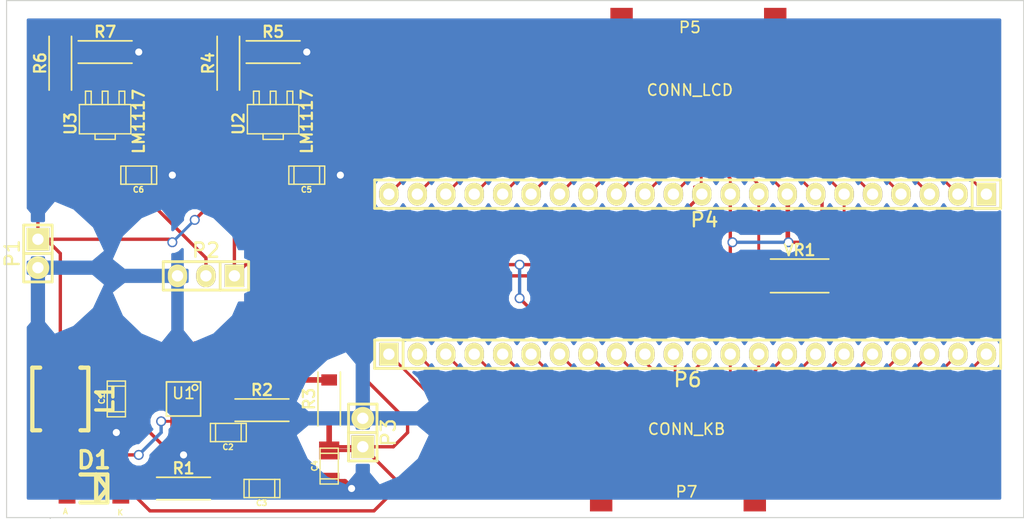
<source format=kicad_pcb>
(kicad_pcb (version 4) (host pcbnew "(2014-09-02 BZR 5112)-product")

  (general
    (links 91)
    (no_connects 1)
    (area -8.874 -3.979 240.721001 133.751001)
    (thickness 1.6)
    (drawings 6)
    (tracks 319)
    (zones 0)
    (modules 26)
    (nets 53)
  )

  (page A4)
  (layers
    (0 F.Cu signal)
    (31 B.Cu signal hide)
    (32 B.Adhes user)
    (33 F.Adhes user)
    (34 B.Paste user)
    (35 F.Paste user)
    (36 B.SilkS user)
    (37 F.SilkS user)
    (38 B.Mask user)
    (39 F.Mask user)
    (40 Dwgs.User user)
    (41 Cmts.User user)
    (42 Eco1.User user)
    (43 Eco2.User user)
    (44 Edge.Cuts user)
    (45 Margin user)
    (46 B.CrtYd user)
    (47 F.CrtYd user)
    (48 B.Fab user)
    (49 F.Fab user)
  )

  (setup
    (last_trace_width 0.3)
    (user_trace_width 0.3)
    (user_trace_width 0.5)
    (trace_clearance 0.16)
    (zone_clearance 0.508)
    (zone_45_only no)
    (trace_min 0.254)
    (segment_width 0.2)
    (edge_width 0.1)
    (via_size 0.889)
    (via_drill 0.635)
    (via_min_size 0.889)
    (via_min_drill 0.508)
    (uvia_size 0.508)
    (uvia_drill 0.127)
    (uvias_allowed no)
    (uvia_min_size 0.508)
    (uvia_min_drill 0.127)
    (pcb_text_width 0.3)
    (pcb_text_size 1.5 1.5)
    (mod_edge_width 0.15)
    (mod_text_size 1 1)
    (mod_text_width 0.15)
    (pad_size 2 3)
    (pad_drill 0)
    (pad_to_mask_clearance 0)
    (aux_axis_origin 0 0)
    (visible_elements FFFFFF7F)
    (pcbplotparams
      (layerselection 0x00030_80000001)
      (usegerberextensions false)
      (excludeedgelayer true)
      (linewidth 0.100000)
      (plotframeref false)
      (viasonmask false)
      (mode 1)
      (useauxorigin false)
      (hpglpennumber 1)
      (hpglpenspeed 20)
      (hpglpendiameter 15)
      (hpglpenoverlay 2)
      (psnegative false)
      (psa4output false)
      (plotreference true)
      (plotvalue true)
      (plotinvisibletext false)
      (padsonsilk false)
      (subtractmaskfromsilk false)
      (outputformat 1)
      (mirror false)
      (drillshape 1)
      (scaleselection 1)
      (outputdirectory ""))
  )

  (net 0 "")
  (net 1 +5V)
  (net 2 GND)
  (net 3 "Net-(C2-Pad1)")
  (net 4 "Net-(C3-Pad1)")
  (net 5 +24V)
  (net 6 +3.3V)
  (net 7 +1.2V)
  (net 8 "Net-(D1-Pad1)")
  (net 9 "Net-(P4-Pad1)")
  (net 10 "Net-(P4-Pad2)")
  (net 11 "Net-(P4-Pad3)")
  (net 12 "Net-(P4-Pad4)")
  (net 13 "Net-(P4-Pad5)")
  (net 14 "Net-(P4-Pad9)")
  (net 15 "Net-(P4-Pad12)")
  (net 16 "Net-(P4-Pad13)")
  (net 17 "Net-(P4-Pad14)")
  (net 18 "Net-(P4-Pad15)")
  (net 19 "Net-(P4-Pad16)")
  (net 20 "Net-(P4-Pad17)")
  (net 21 "Net-(P4-Pad18)")
  (net 22 "Net-(P4-Pad19)")
  (net 23 "Net-(P4-Pad20)")
  (net 24 "Net-(P4-Pad21)")
  (net 25 "Net-(P4-Pad22)")
  (net 26 "Net-(P6-Pad1)")
  (net 27 "Net-(P6-Pad2)")
  (net 28 "Net-(P6-Pad3)")
  (net 29 "Net-(P6-Pad4)")
  (net 30 "Net-(P6-Pad5)")
  (net 31 "Net-(P6-Pad6)")
  (net 32 "Net-(P6-Pad7)")
  (net 33 "Net-(P6-Pad8)")
  (net 34 "Net-(P6-Pad9)")
  (net 35 "Net-(P6-Pad10)")
  (net 36 "Net-(P6-Pad11)")
  (net 37 "Net-(P6-Pad12)")
  (net 38 "Net-(P6-Pad13)")
  (net 39 "Net-(P6-Pad14)")
  (net 40 "Net-(P6-Pad15)")
  (net 41 "Net-(P6-Pad16)")
  (net 42 "Net-(P6-Pad17)")
  (net 43 "Net-(P6-Pad18)")
  (net 44 "Net-(P6-Pad19)")
  (net 45 "Net-(P6-Pad20)")
  (net 46 "Net-(P6-Pad21)")
  (net 47 "Net-(P6-Pad22)")
  (net 48 "Net-(R1-Pad1)")
  (net 49 "Net-(R2-Pad1)")
  (net 50 "Net-(R4-Pad2)")
  (net 51 "Net-(R6-Pad2)")
  (net 52 "Net-(U1-Pad4)")

  (net_class Default "This is the default net class."
    (clearance 0.16)
    (trace_width 0.254)
    (via_dia 0.889)
    (via_drill 0.635)
    (uvia_dia 0.508)
    (uvia_drill 0.127)
    (add_net +1.2V)
    (add_net +24V)
    (add_net +3.3V)
    (add_net +5V)
    (add_net GND)
    (add_net "Net-(C2-Pad1)")
    (add_net "Net-(C3-Pad1)")
    (add_net "Net-(D1-Pad1)")
    (add_net "Net-(P4-Pad1)")
    (add_net "Net-(P4-Pad12)")
    (add_net "Net-(P4-Pad13)")
    (add_net "Net-(P4-Pad14)")
    (add_net "Net-(P4-Pad15)")
    (add_net "Net-(P4-Pad16)")
    (add_net "Net-(P4-Pad17)")
    (add_net "Net-(P4-Pad18)")
    (add_net "Net-(P4-Pad19)")
    (add_net "Net-(P4-Pad2)")
    (add_net "Net-(P4-Pad20)")
    (add_net "Net-(P4-Pad21)")
    (add_net "Net-(P4-Pad22)")
    (add_net "Net-(P4-Pad3)")
    (add_net "Net-(P4-Pad4)")
    (add_net "Net-(P4-Pad5)")
    (add_net "Net-(P4-Pad9)")
    (add_net "Net-(P6-Pad1)")
    (add_net "Net-(P6-Pad10)")
    (add_net "Net-(P6-Pad11)")
    (add_net "Net-(P6-Pad12)")
    (add_net "Net-(P6-Pad13)")
    (add_net "Net-(P6-Pad14)")
    (add_net "Net-(P6-Pad15)")
    (add_net "Net-(P6-Pad16)")
    (add_net "Net-(P6-Pad17)")
    (add_net "Net-(P6-Pad18)")
    (add_net "Net-(P6-Pad19)")
    (add_net "Net-(P6-Pad2)")
    (add_net "Net-(P6-Pad20)")
    (add_net "Net-(P6-Pad21)")
    (add_net "Net-(P6-Pad22)")
    (add_net "Net-(P6-Pad3)")
    (add_net "Net-(P6-Pad4)")
    (add_net "Net-(P6-Pad5)")
    (add_net "Net-(P6-Pad6)")
    (add_net "Net-(P6-Pad7)")
    (add_net "Net-(P6-Pad8)")
    (add_net "Net-(P6-Pad9)")
    (add_net "Net-(R1-Pad1)")
    (add_net "Net-(R2-Pad1)")
    (add_net "Net-(R4-Pad2)")
    (add_net "Net-(R6-Pad2)")
    (add_net "Net-(U1-Pad4)")
  )

  (module Capacitors_SMD:c_1206 (layer F.Cu) (tedit 5409D5A9) (tstamp 5409D602)
    (at 146 132 90)
    (descr "SMT capacitor, 1206")
    (path /5409C193)
    (fp_text reference C1 (at 0.0254 -1.2954 90) (layer F.SilkS)
      (effects (font (size 0.50038 0.50038) (thickness 0.11938)))
    )
    (fp_text value C (at 0 1.27 90) (layer F.SilkS) hide
      (effects (font (size 0.50038 0.50038) (thickness 0.11938)))
    )
    (fp_line (start 1.143 0.8128) (end 1.143 -0.8128) (layer F.SilkS) (width 0.127))
    (fp_line (start -1.143 -0.8128) (end -1.143 0.8128) (layer F.SilkS) (width 0.127))
    (fp_line (start -1.6002 -0.8128) (end -1.6002 0.8128) (layer F.SilkS) (width 0.127))
    (fp_line (start -1.6002 0.8128) (end 1.6002 0.8128) (layer F.SilkS) (width 0.127))
    (fp_line (start 1.6002 0.8128) (end 1.6002 -0.8128) (layer F.SilkS) (width 0.127))
    (fp_line (start 1.6002 -0.8128) (end -1.6002 -0.8128) (layer F.SilkS) (width 0.127))
    (pad 1 smd rect (at 1.397 0 90) (size 1.6002 1.8034) (layers F.Cu F.Paste F.Mask)
      (net 1 +5V))
    (pad 2 smd rect (at -1.397 0 90) (size 1.6002 1.8034) (layers F.Cu F.Paste F.Mask)
      (net 2 GND))
    (model smd/capacitors/c_1206.wrl
      (at (xyz 0 0 0))
      (scale (xyz 1 1 1))
      (rotate (xyz 0 0 0))
    )
  )

  (module Capacitors_SMD:c_1206 (layer F.Cu) (tedit 5409D5A9) (tstamp 5409D608)
    (at 156 135 180)
    (descr "SMT capacitor, 1206")
    (path /5409C062)
    (fp_text reference C2 (at 0.0254 -1.2954 180) (layer F.SilkS)
      (effects (font (size 0.50038 0.50038) (thickness 0.11938)))
    )
    (fp_text value C (at 0 1.27 180) (layer F.SilkS) hide
      (effects (font (size 0.50038 0.50038) (thickness 0.11938)))
    )
    (fp_line (start 1.143 0.8128) (end 1.143 -0.8128) (layer F.SilkS) (width 0.127))
    (fp_line (start -1.143 -0.8128) (end -1.143 0.8128) (layer F.SilkS) (width 0.127))
    (fp_line (start -1.6002 -0.8128) (end -1.6002 0.8128) (layer F.SilkS) (width 0.127))
    (fp_line (start -1.6002 0.8128) (end 1.6002 0.8128) (layer F.SilkS) (width 0.127))
    (fp_line (start 1.6002 0.8128) (end 1.6002 -0.8128) (layer F.SilkS) (width 0.127))
    (fp_line (start 1.6002 -0.8128) (end -1.6002 -0.8128) (layer F.SilkS) (width 0.127))
    (pad 1 smd rect (at 1.397 0 180) (size 1.6002 1.8034) (layers F.Cu F.Paste F.Mask)
      (net 3 "Net-(C2-Pad1)"))
    (pad 2 smd rect (at -1.397 0 180) (size 1.6002 1.8034) (layers F.Cu F.Paste F.Mask)
      (net 2 GND))
    (model smd/capacitors/c_1206.wrl
      (at (xyz 0 0 0))
      (scale (xyz 1 1 1))
      (rotate (xyz 0 0 0))
    )
  )

  (module Capacitors_SMD:c_1206 (layer F.Cu) (tedit 5409D5A9) (tstamp 5409D60E)
    (at 159 140 180)
    (descr "SMT capacitor, 1206")
    (path /5409C0C4)
    (fp_text reference C3 (at 0.0254 -1.2954 180) (layer F.SilkS)
      (effects (font (size 0.50038 0.50038) (thickness 0.11938)))
    )
    (fp_text value C (at 0 1.27 180) (layer F.SilkS) hide
      (effects (font (size 0.50038 0.50038) (thickness 0.11938)))
    )
    (fp_line (start 1.143 0.8128) (end 1.143 -0.8128) (layer F.SilkS) (width 0.127))
    (fp_line (start -1.143 -0.8128) (end -1.143 0.8128) (layer F.SilkS) (width 0.127))
    (fp_line (start -1.6002 -0.8128) (end -1.6002 0.8128) (layer F.SilkS) (width 0.127))
    (fp_line (start -1.6002 0.8128) (end 1.6002 0.8128) (layer F.SilkS) (width 0.127))
    (fp_line (start 1.6002 0.8128) (end 1.6002 -0.8128) (layer F.SilkS) (width 0.127))
    (fp_line (start 1.6002 -0.8128) (end -1.6002 -0.8128) (layer F.SilkS) (width 0.127))
    (pad 1 smd rect (at 1.397 0 180) (size 1.6002 1.8034) (layers F.Cu F.Paste F.Mask)
      (net 4 "Net-(C3-Pad1)"))
    (pad 2 smd rect (at -1.397 0 180) (size 1.6002 1.8034) (layers F.Cu F.Paste F.Mask)
      (net 2 GND))
    (model smd/capacitors/c_1206.wrl
      (at (xyz 0 0 0))
      (scale (xyz 1 1 1))
      (rotate (xyz 0 0 0))
    )
  )

  (module Capacitors_SMD:c_1206 (layer F.Cu) (tedit 5409D5A9) (tstamp 5409D614)
    (at 165 138 90)
    (descr "SMT capacitor, 1206")
    (path /5409C127)
    (fp_text reference C4 (at 0.0254 -1.2954 90) (layer F.SilkS)
      (effects (font (size 0.50038 0.50038) (thickness 0.11938)))
    )
    (fp_text value C (at 0 1.27 90) (layer F.SilkS) hide
      (effects (font (size 0.50038 0.50038) (thickness 0.11938)))
    )
    (fp_line (start 1.143 0.8128) (end 1.143 -0.8128) (layer F.SilkS) (width 0.127))
    (fp_line (start -1.143 -0.8128) (end -1.143 0.8128) (layer F.SilkS) (width 0.127))
    (fp_line (start -1.6002 -0.8128) (end -1.6002 0.8128) (layer F.SilkS) (width 0.127))
    (fp_line (start -1.6002 0.8128) (end 1.6002 0.8128) (layer F.SilkS) (width 0.127))
    (fp_line (start 1.6002 0.8128) (end 1.6002 -0.8128) (layer F.SilkS) (width 0.127))
    (fp_line (start 1.6002 -0.8128) (end -1.6002 -0.8128) (layer F.SilkS) (width 0.127))
    (pad 1 smd rect (at 1.397 0 90) (size 1.6002 1.8034) (layers F.Cu F.Paste F.Mask)
      (net 5 +24V))
    (pad 2 smd rect (at -1.397 0 90) (size 1.6002 1.8034) (layers F.Cu F.Paste F.Mask)
      (net 2 GND))
    (model smd/capacitors/c_1206.wrl
      (at (xyz 0 0 0))
      (scale (xyz 1 1 1))
      (rotate (xyz 0 0 0))
    )
  )

  (module Capacitors_SMD:c_1206 (layer F.Cu) (tedit 5409D5A9) (tstamp 5409D61A)
    (at 163 112 180)
    (descr "SMT capacitor, 1206")
    (path /5409E274)
    (fp_text reference C5 (at 0.0254 -1.2954 180) (layer F.SilkS)
      (effects (font (size 0.50038 0.50038) (thickness 0.11938)))
    )
    (fp_text value C (at 0 1.27 180) (layer F.SilkS) hide
      (effects (font (size 0.50038 0.50038) (thickness 0.11938)))
    )
    (fp_line (start 1.143 0.8128) (end 1.143 -0.8128) (layer F.SilkS) (width 0.127))
    (fp_line (start -1.143 -0.8128) (end -1.143 0.8128) (layer F.SilkS) (width 0.127))
    (fp_line (start -1.6002 -0.8128) (end -1.6002 0.8128) (layer F.SilkS) (width 0.127))
    (fp_line (start -1.6002 0.8128) (end 1.6002 0.8128) (layer F.SilkS) (width 0.127))
    (fp_line (start 1.6002 0.8128) (end 1.6002 -0.8128) (layer F.SilkS) (width 0.127))
    (fp_line (start 1.6002 -0.8128) (end -1.6002 -0.8128) (layer F.SilkS) (width 0.127))
    (pad 1 smd rect (at 1.397 0 180) (size 1.6002 1.8034) (layers F.Cu F.Paste F.Mask)
      (net 6 +3.3V))
    (pad 2 smd rect (at -1.397 0 180) (size 1.6002 1.8034) (layers F.Cu F.Paste F.Mask)
      (net 2 GND))
    (model smd/capacitors/c_1206.wrl
      (at (xyz 0 0 0))
      (scale (xyz 1 1 1))
      (rotate (xyz 0 0 0))
    )
  )

  (module Capacitors_SMD:c_1206 (layer F.Cu) (tedit 5409D5A9) (tstamp 5409D620)
    (at 148 112 180)
    (descr "SMT capacitor, 1206")
    (path /5409E9AC)
    (fp_text reference C6 (at 0.0254 -1.2954 180) (layer F.SilkS)
      (effects (font (size 0.50038 0.50038) (thickness 0.11938)))
    )
    (fp_text value C (at 0 1.27 180) (layer F.SilkS) hide
      (effects (font (size 0.50038 0.50038) (thickness 0.11938)))
    )
    (fp_line (start 1.143 0.8128) (end 1.143 -0.8128) (layer F.SilkS) (width 0.127))
    (fp_line (start -1.143 -0.8128) (end -1.143 0.8128) (layer F.SilkS) (width 0.127))
    (fp_line (start -1.6002 -0.8128) (end -1.6002 0.8128) (layer F.SilkS) (width 0.127))
    (fp_line (start -1.6002 0.8128) (end 1.6002 0.8128) (layer F.SilkS) (width 0.127))
    (fp_line (start 1.6002 0.8128) (end 1.6002 -0.8128) (layer F.SilkS) (width 0.127))
    (fp_line (start 1.6002 -0.8128) (end -1.6002 -0.8128) (layer F.SilkS) (width 0.127))
    (pad 1 smd rect (at 1.397 0 180) (size 1.6002 1.8034) (layers F.Cu F.Paste F.Mask)
      (net 7 +1.2V))
    (pad 2 smd rect (at -1.397 0 180) (size 1.6002 1.8034) (layers F.Cu F.Paste F.Mask)
      (net 2 GND))
    (model smd/capacitors/c_1206.wrl
      (at (xyz 0 0 0))
      (scale (xyz 1 1 1))
      (rotate (xyz 0 0 0))
    )
  )

  (module Diodes_SMD:Diode-MELF_Standard (layer F.Cu) (tedit 5409D5A8) (tstamp 5409D626)
    (at 144 140)
    (descr "Diode, MELF, Standard,")
    (tags "Diode, MELF, Standard,")
    (path /5409BF1C)
    (attr smd)
    (fp_text reference D1 (at 0 -2.54) (layer F.SilkS)
      (effects (font (thickness 0.3048)))
    )
    (fp_text value DIODE (at 0 3.81) (layer F.SilkS) hide
      (effects (font (thickness 0.3048)))
    )
    (fp_line (start 1.15062 0) (end 0.20066 -1.24968) (layer F.SilkS) (width 0.381))
    (fp_line (start 0.20066 -1.24968) (end 0.20066 1.24968) (layer F.SilkS) (width 0.381))
    (fp_line (start 0.20066 1.24968) (end 1.19888 0) (layer F.SilkS) (width 0.381))
    (fp_line (start 1.19888 -1.24968) (end 1.19888 1.24968) (layer F.SilkS) (width 0.381))
    (fp_text user A (at -2.55016 2.04978) (layer F.SilkS)
      (effects (font (size 0.50038 0.50038) (thickness 0.09906)))
    )
    (fp_text user K (at 2.3495 2.14884) (layer F.SilkS)
      (effects (font (size 0.50038 0.50038) (thickness 0.09906)))
    )
    (fp_circle (center 0 0) (end 0.8001 0.29972) (layer F.Adhes) (width 0.381))
    (fp_circle (center 0 0) (end 0 0.55118) (layer F.Adhes) (width 0.381))
    (fp_circle (center 0 0) (end 0 0.20066) (layer F.Adhes) (width 0.381))
    (fp_line (start -1.09982 -1.24968) (end -1.19888 -1.24968) (layer F.SilkS) (width 0.381))
    (fp_line (start -1.09982 1.24968) (end -1.19888 1.24968) (layer F.SilkS) (width 0.381))
    (fp_line (start 1.19888 -1.24968) (end -1.15062 -1.24968) (layer F.SilkS) (width 0.381))
    (fp_line (start 1.19888 1.24968) (end -1.04902 1.24968) (layer F.SilkS) (width 0.381))
    (pad 1 smd rect (at -2.4003 0) (size 1.50114 2.70002) (layers F.Cu F.Paste F.Mask)
      (net 8 "Net-(D1-Pad1)"))
    (pad 2 smd rect (at 2.4003 0) (size 1.50114 2.70002) (layers F.Cu F.Paste F.Mask)
      (net 5 +24V))
    (model MELF_Faktor03937_RevA_06Sep2012.wrl
      (at (xyz 0 0 0))
      (scale (xyz 0.3937 0.3937 0.3937))
      (rotate (xyz 0 0 0))
    )
  )

  (module Inductors_NEOSID:Neosid_Inductor_SMs42 (layer F.Cu) (tedit 5409D5A7) (tstamp 5409D62C)
    (at 141 132 270)
    (descr "Neosid, Inductor, SMs42, Festinduktivitaet, SMD, magneticaly shielded,")
    (tags "Neosid, Inductor, SMs42, Festinduktivitaet, SMD, magneticaly shielded,")
    (path /5409BE6F)
    (attr smd)
    (fp_text reference L1 (at 0 -4.0005 270) (layer F.SilkS)
      (effects (font (thickness 0.3048)))
    )
    (fp_text value INDUCTOR (at 0 4.50088 270) (layer F.SilkS) hide
      (effects (font (thickness 0.3048)))
    )
    (fp_line (start 2.79908 2.49936) (end -2.79908 2.49936) (layer F.SilkS) (width 0.381))
    (fp_line (start -2.79908 2.49936) (end -2.79908 1.80086) (layer F.SilkS) (width 0.381))
    (fp_line (start 2.79908 1.80086) (end 2.79908 2.49936) (layer F.SilkS) (width 0.381))
    (fp_line (start 2.79908 -2.49936) (end 2.79908 -1.89992) (layer F.SilkS) (width 0.381))
    (fp_line (start 2.79908 -1.89992) (end 2.79908 -1.80086) (layer F.SilkS) (width 0.381))
    (fp_line (start 2.79908 -2.49936) (end -2.79908 -2.49936) (layer F.SilkS) (width 0.381))
    (fp_line (start -2.79908 -2.49936) (end -2.79908 -1.80086) (layer F.SilkS) (width 0.381))
    (fp_line (start -2.79908 -1.80086) (end -2.79908 -1.99898) (layer F.SilkS) (width 0.381))
    (fp_line (start -2.79908 -1.99898) (end -2.79908 -1.80086) (layer F.SilkS) (width 0.381))
    (pad 1 smd rect (at -2.30124 0 270) (size 1.00076 2.4003) (layers F.Cu F.Paste F.Mask)
      (net 1 +5V))
    (pad 2 smd rect (at 2.30124 0 270) (size 1.00076 2.4003) (layers F.Cu F.Paste F.Mask)
      (net 8 "Net-(D1-Pad1)"))
  )

  (module Socket_Strips:Socket_Strip_Straight_1x02 (layer F.Cu) (tedit 5409D5A3) (tstamp 5409D632)
    (at 139 119 90)
    (path /5409D5B6)
    (fp_text reference P1 (at 0 -2.286 90) (layer F.SilkS)
      (effects (font (size 1.27 1.27) (thickness 0.2032)))
    )
    (fp_text value CONN_PWR (at 0 0 90) (layer F.SilkS) hide
      (effects (font (size 1.27 1.27) (thickness 0.2032)))
    )
    (fp_line (start 0 -1.27) (end 0 1.27) (layer F.SilkS) (width 0.254))
    (fp_line (start 2.54 -1.27) (end 2.54 1.27) (layer F.SilkS) (width 0.254))
    (fp_line (start 2.54 1.27) (end 0 1.27) (layer F.SilkS) (width 0.254))
    (fp_line (start 0 1.27) (end -2.54 1.27) (layer F.SilkS) (width 0.254))
    (fp_line (start -2.54 1.27) (end -2.54 -1.27) (layer F.SilkS) (width 0.254))
    (fp_line (start -2.54 -1.27) (end 2.54 -1.27) (layer F.SilkS) (width 0.254))
    (pad 1 thru_hole rect (at 1.27 0 270) (size 2.032 2.032) (drill 1.016) (layers *.Cu *.Mask F.SilkS)
      (net 1 +5V))
    (pad 2 thru_hole oval (at -1.27 0 270) (size 2.032 2.032) (drill 1.016) (layers *.Cu *.Mask F.SilkS)
      (net 2 GND))
    (model Socket_Strips/Socket_Strip_Straight_1x02.wrl
      (at (xyz 0 0 0))
      (scale (xyz 1 1 1))
      (rotate (xyz 0 0 0))
    )
  )

  (module Socket_Strips:Socket_Strip_Straight_1x03 (layer F.Cu) (tedit 5409D5A3) (tstamp 5409D639)
    (at 154 121)
    (path /5409EDCB)
    (fp_text reference P2 (at 0 -2.286) (layer F.SilkS)
      (effects (font (size 1.27 1.27) (thickness 0.2032)))
    )
    (fp_text value CONN_PWSOC1 (at 0 0) (layer F.SilkS) hide
      (effects (font (size 1.27 1.27) (thickness 0.2032)))
    )
    (fp_line (start 1.27 1.27) (end -3.81 1.27) (layer F.SilkS) (width 0.254))
    (fp_line (start -3.81 1.27) (end -3.81 -1.27) (layer F.SilkS) (width 0.254))
    (fp_line (start -3.81 -1.27) (end 1.27 -1.27) (layer F.SilkS) (width 0.254))
    (fp_line (start 3.81 -1.27) (end 1.27 -1.27) (layer F.SilkS) (width 0.254))
    (fp_line (start 1.27 -1.27) (end 1.27 1.27) (layer F.SilkS) (width 0.254))
    (fp_line (start 3.81 -1.27) (end 3.81 1.27) (layer F.SilkS) (width 0.254))
    (fp_line (start 3.81 1.27) (end 1.27 1.27) (layer F.SilkS) (width 0.254))
    (pad 1 thru_hole rect (at 2.54 0 180) (size 1.7272 2.032) (drill 1.016) (layers *.Cu *.Mask F.SilkS)
      (net 6 +3.3V))
    (pad 2 thru_hole oval (at 0 0 180) (size 1.7272 2.032) (drill 1.016) (layers *.Cu *.Mask F.SilkS)
      (net 7 +1.2V))
    (pad 3 thru_hole oval (at -2.54 0 180) (size 1.7272 2.032) (drill 1.016) (layers *.Cu *.Mask F.SilkS)
      (net 2 GND))
    (model Socket_Strips/Socket_Strip_Straight_1x03.wrl
      (at (xyz 0 0 0))
      (scale (xyz 1 1 1))
      (rotate (xyz 0 0 0))
    )
  )

  (module Socket_Strips:Socket_Strip_Straight_1x02 (layer F.Cu) (tedit 5409D5A3) (tstamp 5409D63F)
    (at 168 135 270)
    (path /5409F036)
    (fp_text reference P3 (at 0 -2.286 270) (layer F.SilkS)
      (effects (font (size 1.27 1.27) (thickness 0.2032)))
    )
    (fp_text value CONN_PWLCD (at 0 0 270) (layer F.SilkS) hide
      (effects (font (size 1.27 1.27) (thickness 0.2032)))
    )
    (fp_line (start 0 -1.27) (end 0 1.27) (layer F.SilkS) (width 0.254))
    (fp_line (start 2.54 -1.27) (end 2.54 1.27) (layer F.SilkS) (width 0.254))
    (fp_line (start 2.54 1.27) (end 0 1.27) (layer F.SilkS) (width 0.254))
    (fp_line (start 0 1.27) (end -2.54 1.27) (layer F.SilkS) (width 0.254))
    (fp_line (start -2.54 1.27) (end -2.54 -1.27) (layer F.SilkS) (width 0.254))
    (fp_line (start -2.54 -1.27) (end 2.54 -1.27) (layer F.SilkS) (width 0.254))
    (pad 1 thru_hole rect (at 1.27 0 90) (size 2.032 2.032) (drill 1.016) (layers *.Cu *.Mask F.SilkS)
      (net 5 +24V))
    (pad 2 thru_hole oval (at -1.27 0 90) (size 2.032 2.032) (drill 1.016) (layers *.Cu *.Mask F.SilkS)
      (net 2 GND))
    (model Socket_Strips/Socket_Strip_Straight_1x02.wrl
      (at (xyz 0 0 0))
      (scale (xyz 1 1 1))
      (rotate (xyz 0 0 0))
    )
  )

  (module Socket_Strips:Socket_Strip_Straight_1x22 (layer F.Cu) (tedit 5409EED3) (tstamp 5409D659)
    (at 197 113.7)
    (path /5409F9E4)
    (fp_text reference P4 (at 1.5 2.3) (layer F.SilkS)
      (effects (font (size 1.27 1.27) (thickness 0.2032)))
    )
    (fp_text value CONN_01X22 (at 0 0) (layer F.SilkS) hide
      (effects (font (size 1.27 1.27) (thickness 0.2032)))
    )
    (fp_line (start 25.4 1.27) (end -27.94 1.27) (layer F.SilkS) (width 0.254))
    (fp_line (start -27.94 1.27) (end -27.94 -1.27) (layer F.SilkS) (width 0.254))
    (fp_line (start -27.94 -1.27) (end 25.4 -1.27) (layer F.SilkS) (width 0.254))
    (fp_line (start 27.94 -1.27) (end 25.4 -1.27) (layer F.SilkS) (width 0.254))
    (fp_line (start 25.4 -1.27) (end 25.4 1.27) (layer F.SilkS) (width 0.254))
    (fp_line (start 27.94 -1.27) (end 27.94 1.27) (layer F.SilkS) (width 0.254))
    (fp_line (start 27.94 1.27) (end 25.4 1.27) (layer F.SilkS) (width 0.254))
    (pad 1 thru_hole rect (at 26.67 0 180) (size 1.7272 2.032) (drill 1.016) (layers *.Cu *.Mask F.SilkS)
      (net 9 "Net-(P4-Pad1)"))
    (pad 2 thru_hole oval (at 24.13 0 180) (size 1.7272 2.032) (drill 1.016) (layers *.Cu *.Mask F.SilkS)
      (net 10 "Net-(P4-Pad2)"))
    (pad 3 thru_hole oval (at 21.59 0 180) (size 1.7272 2.032) (drill 1.016) (layers *.Cu *.Mask F.SilkS)
      (net 11 "Net-(P4-Pad3)"))
    (pad 4 thru_hole oval (at 19.05 0 180) (size 1.7272 2.032) (drill 1.016) (layers *.Cu *.Mask F.SilkS)
      (net 12 "Net-(P4-Pad4)"))
    (pad 5 thru_hole oval (at 16.51 0 180) (size 1.7272 2.032) (drill 1.016) (layers *.Cu *.Mask F.SilkS)
      (net 13 "Net-(P4-Pad5)"))
    (pad 6 thru_hole oval (at 13.97 0 180) (size 1.7272 2.032) (drill 1.016) (layers *.Cu *.Mask F.SilkS)
      (net 6 +3.3V))
    (pad 7 thru_hole oval (at 11.43 0 180) (size 1.7272 2.032) (drill 1.016) (layers *.Cu *.Mask F.SilkS)
      (net 5 +24V))
    (pad 8 thru_hole oval (at 8.89 0 180) (size 1.7272 2.032) (drill 1.016) (layers *.Cu *.Mask F.SilkS)
      (net 5 +24V))
    (pad 9 thru_hole oval (at 6.35 0 180) (size 1.7272 2.032) (drill 1.016) (layers *.Cu *.Mask F.SilkS)
      (net 14 "Net-(P4-Pad9)"))
    (pad 10 thru_hole oval (at 3.81 0 180) (size 1.7272 2.032) (drill 1.016) (layers *.Cu *.Mask F.SilkS)
      (net 5 +24V))
    (pad 11 thru_hole oval (at 1.27 0 180) (size 1.7272 2.032) (drill 1.016) (layers *.Cu *.Mask F.SilkS)
      (net 6 +3.3V))
    (pad 12 thru_hole oval (at -1.27 0 180) (size 1.7272 2.032) (drill 1.016) (layers *.Cu *.Mask F.SilkS)
      (net 15 "Net-(P4-Pad12)"))
    (pad 13 thru_hole oval (at -3.81 0 180) (size 1.7272 2.032) (drill 1.016) (layers *.Cu *.Mask F.SilkS)
      (net 16 "Net-(P4-Pad13)"))
    (pad 14 thru_hole oval (at -6.35 0 180) (size 1.7272 2.032) (drill 1.016) (layers *.Cu *.Mask F.SilkS)
      (net 17 "Net-(P4-Pad14)"))
    (pad 15 thru_hole oval (at -8.89 0 180) (size 1.7272 2.032) (drill 1.016) (layers *.Cu *.Mask F.SilkS)
      (net 18 "Net-(P4-Pad15)"))
    (pad 16 thru_hole oval (at -11.43 0 180) (size 1.7272 2.032) (drill 1.016) (layers *.Cu *.Mask F.SilkS)
      (net 19 "Net-(P4-Pad16)"))
    (pad 17 thru_hole oval (at -13.97 0 180) (size 1.7272 2.032) (drill 1.016) (layers *.Cu *.Mask F.SilkS)
      (net 20 "Net-(P4-Pad17)"))
    (pad 18 thru_hole oval (at -16.51 0 180) (size 1.7272 2.032) (drill 1.016) (layers *.Cu *.Mask F.SilkS)
      (net 21 "Net-(P4-Pad18)"))
    (pad 19 thru_hole oval (at -19.05 0 180) (size 1.7272 2.032) (drill 1.016) (layers *.Cu *.Mask F.SilkS)
      (net 22 "Net-(P4-Pad19)"))
    (pad 20 thru_hole oval (at -21.59 0 180) (size 1.7272 2.032) (drill 1.016) (layers *.Cu *.Mask F.SilkS)
      (net 23 "Net-(P4-Pad20)"))
    (pad 21 thru_hole oval (at -24.13 0 180) (size 1.7272 2.032) (drill 1.016) (layers *.Cu *.Mask F.SilkS)
      (net 24 "Net-(P4-Pad21)"))
    (pad 22 thru_hole oval (at -26.67 0 180) (size 1.7272 2.032) (drill 1.016) (layers *.Cu *.Mask F.SilkS)
      (net 25 "Net-(P4-Pad22)"))
    (model Socket_Strips/Socket_Strip_Straight_1x22.wrl
      (at (xyz 0 0 0))
      (scale (xyz 1 1 1))
      (rotate (xyz 0 0 0))
    )
  )

  (module Socket_Strips:Socket_Strip_Straight_1x22 (layer F.Cu) (tedit 5409D5A3) (tstamp 5409D673)
    (at 197 128 180)
    (path /5409FAA1)
    (fp_text reference P6 (at 0 -2.286 180) (layer F.SilkS)
      (effects (font (size 1.27 1.27) (thickness 0.2032)))
    )
    (fp_text value CONN_01X22 (at 0 0 180) (layer F.SilkS) hide
      (effects (font (size 1.27 1.27) (thickness 0.2032)))
    )
    (fp_line (start 25.4 1.27) (end -27.94 1.27) (layer F.SilkS) (width 0.254))
    (fp_line (start -27.94 1.27) (end -27.94 -1.27) (layer F.SilkS) (width 0.254))
    (fp_line (start -27.94 -1.27) (end 25.4 -1.27) (layer F.SilkS) (width 0.254))
    (fp_line (start 27.94 -1.27) (end 25.4 -1.27) (layer F.SilkS) (width 0.254))
    (fp_line (start 25.4 -1.27) (end 25.4 1.27) (layer F.SilkS) (width 0.254))
    (fp_line (start 27.94 -1.27) (end 27.94 1.27) (layer F.SilkS) (width 0.254))
    (fp_line (start 27.94 1.27) (end 25.4 1.27) (layer F.SilkS) (width 0.254))
    (pad 1 thru_hole rect (at 26.67 0) (size 1.7272 2.032) (drill 1.016) (layers *.Cu *.Mask F.SilkS)
      (net 26 "Net-(P6-Pad1)"))
    (pad 2 thru_hole oval (at 24.13 0) (size 1.7272 2.032) (drill 1.016) (layers *.Cu *.Mask F.SilkS)
      (net 27 "Net-(P6-Pad2)"))
    (pad 3 thru_hole oval (at 21.59 0) (size 1.7272 2.032) (drill 1.016) (layers *.Cu *.Mask F.SilkS)
      (net 28 "Net-(P6-Pad3)"))
    (pad 4 thru_hole oval (at 19.05 0) (size 1.7272 2.032) (drill 1.016) (layers *.Cu *.Mask F.SilkS)
      (net 29 "Net-(P6-Pad4)"))
    (pad 5 thru_hole oval (at 16.51 0) (size 1.7272 2.032) (drill 1.016) (layers *.Cu *.Mask F.SilkS)
      (net 30 "Net-(P6-Pad5)"))
    (pad 6 thru_hole oval (at 13.97 0) (size 1.7272 2.032) (drill 1.016) (layers *.Cu *.Mask F.SilkS)
      (net 31 "Net-(P6-Pad6)"))
    (pad 7 thru_hole oval (at 11.43 0) (size 1.7272 2.032) (drill 1.016) (layers *.Cu *.Mask F.SilkS)
      (net 32 "Net-(P6-Pad7)"))
    (pad 8 thru_hole oval (at 8.89 0) (size 1.7272 2.032) (drill 1.016) (layers *.Cu *.Mask F.SilkS)
      (net 33 "Net-(P6-Pad8)"))
    (pad 9 thru_hole oval (at 6.35 0) (size 1.7272 2.032) (drill 1.016) (layers *.Cu *.Mask F.SilkS)
      (net 34 "Net-(P6-Pad9)"))
    (pad 10 thru_hole oval (at 3.81 0) (size 1.7272 2.032) (drill 1.016) (layers *.Cu *.Mask F.SilkS)
      (net 35 "Net-(P6-Pad10)"))
    (pad 11 thru_hole oval (at 1.27 0) (size 1.7272 2.032) (drill 1.016) (layers *.Cu *.Mask F.SilkS)
      (net 36 "Net-(P6-Pad11)"))
    (pad 12 thru_hole oval (at -1.27 0) (size 1.7272 2.032) (drill 1.016) (layers *.Cu *.Mask F.SilkS)
      (net 37 "Net-(P6-Pad12)"))
    (pad 13 thru_hole oval (at -3.81 0) (size 1.7272 2.032) (drill 1.016) (layers *.Cu *.Mask F.SilkS)
      (net 38 "Net-(P6-Pad13)"))
    (pad 14 thru_hole oval (at -6.35 0) (size 1.7272 2.032) (drill 1.016) (layers *.Cu *.Mask F.SilkS)
      (net 39 "Net-(P6-Pad14)"))
    (pad 15 thru_hole oval (at -8.89 0) (size 1.7272 2.032) (drill 1.016) (layers *.Cu *.Mask F.SilkS)
      (net 40 "Net-(P6-Pad15)"))
    (pad 16 thru_hole oval (at -11.43 0) (size 1.7272 2.032) (drill 1.016) (layers *.Cu *.Mask F.SilkS)
      (net 41 "Net-(P6-Pad16)"))
    (pad 17 thru_hole oval (at -13.97 0) (size 1.7272 2.032) (drill 1.016) (layers *.Cu *.Mask F.SilkS)
      (net 42 "Net-(P6-Pad17)"))
    (pad 18 thru_hole oval (at -16.51 0) (size 1.7272 2.032) (drill 1.016) (layers *.Cu *.Mask F.SilkS)
      (net 43 "Net-(P6-Pad18)"))
    (pad 19 thru_hole oval (at -19.05 0) (size 1.7272 2.032) (drill 1.016) (layers *.Cu *.Mask F.SilkS)
      (net 44 "Net-(P6-Pad19)"))
    (pad 20 thru_hole oval (at -21.59 0) (size 1.7272 2.032) (drill 1.016) (layers *.Cu *.Mask F.SilkS)
      (net 45 "Net-(P6-Pad20)"))
    (pad 21 thru_hole oval (at -24.13 0) (size 1.7272 2.032) (drill 1.016) (layers *.Cu *.Mask F.SilkS)
      (net 46 "Net-(P6-Pad21)"))
    (pad 22 thru_hole oval (at -26.67 0) (size 1.7272 2.032) (drill 1.016) (layers *.Cu *.Mask F.SilkS)
      (net 47 "Net-(P6-Pad22)"))
    (model Socket_Strips/Socket_Strip_Straight_1x22.wrl
      (at (xyz 0 0 0))
      (scale (xyz 1 1 1))
      (rotate (xyz 0 0 0))
    )
  )

  (module Resistors_SMD:R_1206 (layer F.Cu) (tedit 5409D5A6) (tstamp 5409D679)
    (at 152 140)
    (descr "Resistor, SMD, 1206, Reflow, Wave,")
    (tags "Resistor, SMD, 1206, Reflow, Wave,")
    (path /5409C017)
    (attr smd)
    (fp_text reference R1 (at 0 -1.8) (layer F.SilkS)
      (effects (font (size 1 1) (thickness 0.2)))
    )
    (fp_text value R (at 0 1.8) (layer F.SilkS) hide
      (effects (font (size 1 1) (thickness 0.2)))
    )
    (fp_circle (center 0 0) (end 0.2 0) (layer F.Adhes) (width 0.5))
    (fp_line (start -2.4 1) (end 2.4 1) (layer F.SilkS) (width 0.15))
    (fp_line (start -2.4 -1) (end 2.4 -1) (layer F.SilkS) (width 0.15))
    (pad 1 smd rect (at -1.69926 0) (size 1.00076 1.39954) (layers F.Cu F.Paste F.Mask)
      (net 48 "Net-(R1-Pad1)"))
    (pad 2 smd rect (at 1.69926 0) (size 1.00076 1.39954) (layers F.Cu F.Paste F.Mask)
      (net 4 "Net-(C3-Pad1)"))
  )

  (module Resistors_SMD:R_1206 (layer F.Cu) (tedit 5409D5A6) (tstamp 5409D67F)
    (at 159 133)
    (descr "Resistor, SMD, 1206, Reflow, Wave,")
    (tags "Resistor, SMD, 1206, Reflow, Wave,")
    (path /5409BFDF)
    (attr smd)
    (fp_text reference R2 (at 0 -1.8) (layer F.SilkS)
      (effects (font (size 1 1) (thickness 0.2)))
    )
    (fp_text value R (at 0 1.8) (layer F.SilkS) hide
      (effects (font (size 1 1) (thickness 0.2)))
    )
    (fp_circle (center 0 0) (end 0.2 0) (layer F.Adhes) (width 0.5))
    (fp_line (start -2.4 1) (end 2.4 1) (layer F.SilkS) (width 0.15))
    (fp_line (start -2.4 -1) (end 2.4 -1) (layer F.SilkS) (width 0.15))
    (pad 1 smd rect (at -1.69926 0) (size 1.00076 1.39954) (layers F.Cu F.Paste F.Mask)
      (net 49 "Net-(R2-Pad1)"))
    (pad 2 smd rect (at 1.69926 0) (size 1.00076 1.39954) (layers F.Cu F.Paste F.Mask)
      (net 2 GND))
  )

  (module Resistors_SMD:R_1206 (layer F.Cu) (tedit 5409D5A6) (tstamp 5409D685)
    (at 165 132 90)
    (descr "Resistor, SMD, 1206, Reflow, Wave,")
    (tags "Resistor, SMD, 1206, Reflow, Wave,")
    (path /5409BF7C)
    (attr smd)
    (fp_text reference R3 (at 0 -1.8 90) (layer F.SilkS)
      (effects (font (size 1 1) (thickness 0.2)))
    )
    (fp_text value R (at 0 1.8 90) (layer F.SilkS) hide
      (effects (font (size 1 1) (thickness 0.2)))
    )
    (fp_circle (center 0 0) (end 0.2 0) (layer F.Adhes) (width 0.5))
    (fp_line (start -2.4 1) (end 2.4 1) (layer F.SilkS) (width 0.15))
    (fp_line (start -2.4 -1) (end 2.4 -1) (layer F.SilkS) (width 0.15))
    (pad 1 smd rect (at -1.69926 0 90) (size 1.00076 1.39954) (layers F.Cu F.Paste F.Mask)
      (net 5 +24V))
    (pad 2 smd rect (at 1.69926 0 90) (size 1.00076 1.39954) (layers F.Cu F.Paste F.Mask)
      (net 49 "Net-(R2-Pad1)"))
  )

  (module Resistors_SMD:R_1206 (layer F.Cu) (tedit 5409D5A6) (tstamp 5409D68B)
    (at 156 102 90)
    (descr "Resistor, SMD, 1206, Reflow, Wave,")
    (tags "Resistor, SMD, 1206, Reflow, Wave,")
    (path /5409E1A7)
    (attr smd)
    (fp_text reference R4 (at 0 -1.8 90) (layer F.SilkS)
      (effects (font (size 1 1) (thickness 0.2)))
    )
    (fp_text value R (at 0 1.8 90) (layer F.SilkS) hide
      (effects (font (size 1 1) (thickness 0.2)))
    )
    (fp_circle (center 0 0) (end 0.2 0) (layer F.Adhes) (width 0.5))
    (fp_line (start -2.4 1) (end 2.4 1) (layer F.SilkS) (width 0.15))
    (fp_line (start -2.4 -1) (end 2.4 -1) (layer F.SilkS) (width 0.15))
    (pad 1 smd rect (at -1.69926 0 90) (size 1.00076 1.39954) (layers F.Cu F.Paste F.Mask)
      (net 6 +3.3V))
    (pad 2 smd rect (at 1.69926 0 90) (size 1.00076 1.39954) (layers F.Cu F.Paste F.Mask)
      (net 50 "Net-(R4-Pad2)"))
  )

  (module Resistors_SMD:R_1206 (layer F.Cu) (tedit 5409D5A6) (tstamp 5409D691)
    (at 160 101)
    (descr "Resistor, SMD, 1206, Reflow, Wave,")
    (tags "Resistor, SMD, 1206, Reflow, Wave,")
    (path /5409E207)
    (attr smd)
    (fp_text reference R5 (at 0 -1.8) (layer F.SilkS)
      (effects (font (size 1 1) (thickness 0.2)))
    )
    (fp_text value R (at 0 1.8) (layer F.SilkS) hide
      (effects (font (size 1 1) (thickness 0.2)))
    )
    (fp_circle (center 0 0) (end 0.2 0) (layer F.Adhes) (width 0.5))
    (fp_line (start -2.4 1) (end 2.4 1) (layer F.SilkS) (width 0.15))
    (fp_line (start -2.4 -1) (end 2.4 -1) (layer F.SilkS) (width 0.15))
    (pad 1 smd rect (at -1.69926 0) (size 1.00076 1.39954) (layers F.Cu F.Paste F.Mask)
      (net 50 "Net-(R4-Pad2)"))
    (pad 2 smd rect (at 1.69926 0) (size 1.00076 1.39954) (layers F.Cu F.Paste F.Mask)
      (net 2 GND))
  )

  (module Resistors_SMD:R_1206 (layer F.Cu) (tedit 5409D5A6) (tstamp 5409D697)
    (at 141 102 90)
    (descr "Resistor, SMD, 1206, Reflow, Wave,")
    (tags "Resistor, SMD, 1206, Reflow, Wave,")
    (path /5409E9A0)
    (attr smd)
    (fp_text reference R6 (at 0 -1.8 90) (layer F.SilkS)
      (effects (font (size 1 1) (thickness 0.2)))
    )
    (fp_text value R (at 0 1.8 90) (layer F.SilkS) hide
      (effects (font (size 1 1) (thickness 0.2)))
    )
    (fp_circle (center 0 0) (end 0.2 0) (layer F.Adhes) (width 0.5))
    (fp_line (start -2.4 1) (end 2.4 1) (layer F.SilkS) (width 0.15))
    (fp_line (start -2.4 -1) (end 2.4 -1) (layer F.SilkS) (width 0.15))
    (pad 1 smd rect (at -1.69926 0 90) (size 1.00076 1.39954) (layers F.Cu F.Paste F.Mask)
      (net 7 +1.2V))
    (pad 2 smd rect (at 1.69926 0 90) (size 1.00076 1.39954) (layers F.Cu F.Paste F.Mask)
      (net 51 "Net-(R6-Pad2)"))
  )

  (module Resistors_SMD:R_1206 (layer F.Cu) (tedit 5409D5A6) (tstamp 5409D69D)
    (at 145 101)
    (descr "Resistor, SMD, 1206, Reflow, Wave,")
    (tags "Resistor, SMD, 1206, Reflow, Wave,")
    (path /5409E9A6)
    (attr smd)
    (fp_text reference R7 (at 0 -1.8) (layer F.SilkS)
      (effects (font (size 1 1) (thickness 0.2)))
    )
    (fp_text value R (at 0 1.8) (layer F.SilkS) hide
      (effects (font (size 1 1) (thickness 0.2)))
    )
    (fp_circle (center 0 0) (end 0.2 0) (layer F.Adhes) (width 0.5))
    (fp_line (start -2.4 1) (end 2.4 1) (layer F.SilkS) (width 0.15))
    (fp_line (start -2.4 -1) (end 2.4 -1) (layer F.SilkS) (width 0.15))
    (pad 1 smd rect (at -1.69926 0) (size 1.00076 1.39954) (layers F.Cu F.Paste F.Mask)
      (net 51 "Net-(R6-Pad2)"))
    (pad 2 smd rect (at 1.69926 0) (size 1.00076 1.39954) (layers F.Cu F.Paste F.Mask)
      (net 2 GND))
  )

  (module SMD_Packages:SSOP-8 (layer F.Cu) (tedit 5409D5A5) (tstamp 5409D6A9)
    (at 152 132 180)
    (path /5409BDE4)
    (attr smd)
    (fp_text reference U1 (at 0 0.508 180) (layer F.SilkS)
      (effects (font (size 1.016 1.016) (thickness 0.1524)))
    )
    (fp_text value LM3224 (at 0 -0.762 180) (layer F.SilkS) hide
      (effects (font (size 0.762 0.508) (thickness 0.1524)))
    )
    (fp_circle (center -1.016 1.016) (end -1.016 0.762) (layer F.SilkS) (width 0.1524))
    (fp_line (start 1.524 1.524) (end -1.524 1.524) (layer F.SilkS) (width 0.1524))
    (fp_line (start -1.524 1.524) (end -1.524 -1.524) (layer F.SilkS) (width 0.1524))
    (fp_line (start -1.524 -1.524) (end 1.524 -1.524) (layer F.SilkS) (width 0.1524))
    (fp_line (start 1.524 -1.524) (end 1.524 1.524) (layer F.SilkS) (width 0.1524))
    (pad 1 smd rect (at -0.9779 2.2225 180) (size 0.4064 1.27) (layers F.Cu F.Paste F.Mask)
      (net 48 "Net-(R1-Pad1)"))
    (pad 2 smd rect (at -0.3302 2.2225 180) (size 0.4064 1.27) (layers F.Cu F.Paste F.Mask)
      (net 49 "Net-(R2-Pad1)"))
    (pad 3 smd rect (at 0.3302 2.2225 180) (size 0.4064 1.27) (layers F.Cu F.Paste F.Mask)
      (net 1 +5V))
    (pad 4 smd rect (at 0.9779 2.2225 180) (size 0.4064 1.27) (layers F.Cu F.Paste F.Mask)
      (net 52 "Net-(U1-Pad4)"))
    (pad 5 smd rect (at 0.9779 -2.2225 180) (size 0.4064 1.27) (layers F.Cu F.Paste F.Mask)
      (net 8 "Net-(D1-Pad1)"))
    (pad 6 smd rect (at 0.3302 -2.2225 180) (size 0.4064 1.27) (layers F.Cu F.Paste F.Mask)
      (net 1 +5V))
    (pad 7 smd rect (at -0.3302 -2.2225 180) (size 0.4064 1.27) (layers F.Cu F.Paste F.Mask)
      (net 2 GND))
    (pad 8 smd rect (at -0.9779 -2.2225 180) (size 0.4064 1.27) (layers F.Cu F.Paste F.Mask)
      (net 3 "Net-(C2-Pad1)"))
    (model smd/cms_so8.wrl
      (at (xyz 0 0 0))
      (scale (xyz 0.25 0.25 0.25))
      (rotate (xyz 0 0 0))
    )
  )

  (module Transistors_SMD:sot89 (layer F.Cu) (tedit 5409D5A1) (tstamp 5409D6B1)
    (at 160 107 180)
    (descr SOT89)
    (path /5409E00D)
    (attr smd)
    (fp_text reference U2 (at 3.0988 -0.39878 270) (layer F.SilkS)
      (effects (font (size 1.00076 1.00076) (thickness 0.20066)))
    )
    (fp_text value LM1117 (at -2.99974 -0.20066 270) (layer F.SilkS)
      (effects (font (size 1.00076 1.00076) (thickness 0.20066)))
    )
    (fp_line (start 1.2446 2.5019) (end 1.7526 2.5019) (layer F.SilkS) (width 0.127))
    (fp_line (start 1.7526 2.5019) (end 1.7526 1.3081) (layer F.SilkS) (width 0.127))
    (fp_line (start 1.2446 2.5019) (end 1.2446 1.3081) (layer F.SilkS) (width 0.127))
    (fp_line (start -0.254 2.5019) (end -0.254 1.3081) (layer F.SilkS) (width 0.127))
    (fp_line (start 0.254 2.5019) (end 0.254 1.3081) (layer F.SilkS) (width 0.127))
    (fp_line (start -0.254 2.5019) (end 0.254 2.5019) (layer F.SilkS) (width 0.127))
    (fp_line (start -1.7526 2.5019) (end -1.2446 2.5019) (layer F.SilkS) (width 0.127))
    (fp_line (start -1.2446 2.5019) (end -1.2446 1.3081) (layer F.SilkS) (width 0.127))
    (fp_line (start -1.7526 2.5019) (end -1.7526 1.3081) (layer F.SilkS) (width 0.127))
    (fp_line (start -0.9017 -1.8034) (end 0.9017 -1.8034) (layer F.SilkS) (width 0.127))
    (fp_line (start 0.9017 -1.8034) (end 0.9017 -1.3081) (layer F.SilkS) (width 0.127))
    (fp_line (start -0.9017 -1.8034) (end -0.9017 -1.3081) (layer F.SilkS) (width 0.127))
    (fp_line (start -2.2987 1.3081) (end -2.2987 -1.3081) (layer F.SilkS) (width 0.127))
    (fp_line (start -2.2987 -1.3081) (end 2.2987 -1.3081) (layer F.SilkS) (width 0.127))
    (fp_line (start 2.2987 -1.3081) (end 2.2987 1.3081) (layer F.SilkS) (width 0.127))
    (fp_line (start 2.2987 1.3081) (end -2.2987 1.3081) (layer F.SilkS) (width 0.127))
    (pad 1 smd rect (at -1.50114 1.89992 180) (size 0.70104 1.6002) (layers F.Cu F.Paste F.Mask)
      (net 50 "Net-(R4-Pad2)"))
    (pad 2 smd rect (at 0 1.651 180) (size 0.70104 2.10058) (layers F.Cu F.Paste F.Mask)
      (net 6 +3.3V))
    (pad 3 smd rect (at 1.50114 1.89992 180) (size 0.70104 1.6002) (layers F.Cu F.Paste F.Mask)
      (net 1 +5V))
    (pad 2 smd rect (at 0 -0.7493 180) (size 1.99898 2.75082) (layers F.Cu F.Paste F.Mask)
      (net 6 +3.3V))
    (model smd/smd_transistors/sot89.wrl
      (at (xyz 0 0 0))
      (scale (xyz 1 1 1))
      (rotate (xyz 0 0 0))
    )
  )

  (module Transistors_SMD:sot89 (layer F.Cu) (tedit 5409D5A1) (tstamp 5409D6B9)
    (at 145 107 180)
    (descr SOT89)
    (path /5409E99A)
    (attr smd)
    (fp_text reference U3 (at 3.0988 -0.39878 270) (layer F.SilkS)
      (effects (font (size 1.00076 1.00076) (thickness 0.20066)))
    )
    (fp_text value LM1117 (at -2.99974 -0.20066 270) (layer F.SilkS)
      (effects (font (size 1.00076 1.00076) (thickness 0.20066)))
    )
    (fp_line (start 1.2446 2.5019) (end 1.7526 2.5019) (layer F.SilkS) (width 0.127))
    (fp_line (start 1.7526 2.5019) (end 1.7526 1.3081) (layer F.SilkS) (width 0.127))
    (fp_line (start 1.2446 2.5019) (end 1.2446 1.3081) (layer F.SilkS) (width 0.127))
    (fp_line (start -0.254 2.5019) (end -0.254 1.3081) (layer F.SilkS) (width 0.127))
    (fp_line (start 0.254 2.5019) (end 0.254 1.3081) (layer F.SilkS) (width 0.127))
    (fp_line (start -0.254 2.5019) (end 0.254 2.5019) (layer F.SilkS) (width 0.127))
    (fp_line (start -1.7526 2.5019) (end -1.2446 2.5019) (layer F.SilkS) (width 0.127))
    (fp_line (start -1.2446 2.5019) (end -1.2446 1.3081) (layer F.SilkS) (width 0.127))
    (fp_line (start -1.7526 2.5019) (end -1.7526 1.3081) (layer F.SilkS) (width 0.127))
    (fp_line (start -0.9017 -1.8034) (end 0.9017 -1.8034) (layer F.SilkS) (width 0.127))
    (fp_line (start 0.9017 -1.8034) (end 0.9017 -1.3081) (layer F.SilkS) (width 0.127))
    (fp_line (start -0.9017 -1.8034) (end -0.9017 -1.3081) (layer F.SilkS) (width 0.127))
    (fp_line (start -2.2987 1.3081) (end -2.2987 -1.3081) (layer F.SilkS) (width 0.127))
    (fp_line (start -2.2987 -1.3081) (end 2.2987 -1.3081) (layer F.SilkS) (width 0.127))
    (fp_line (start 2.2987 -1.3081) (end 2.2987 1.3081) (layer F.SilkS) (width 0.127))
    (fp_line (start 2.2987 1.3081) (end -2.2987 1.3081) (layer F.SilkS) (width 0.127))
    (pad 1 smd rect (at -1.50114 1.89992 180) (size 0.70104 1.6002) (layers F.Cu F.Paste F.Mask)
      (net 51 "Net-(R6-Pad2)"))
    (pad 2 smd rect (at 0 1.651 180) (size 0.70104 2.10058) (layers F.Cu F.Paste F.Mask)
      (net 7 +1.2V))
    (pad 3 smd rect (at 1.50114 1.89992 180) (size 0.70104 1.6002) (layers F.Cu F.Paste F.Mask)
      (net 1 +5V))
    (pad 2 smd rect (at 0 -0.7493 180) (size 1.99898 2.75082) (layers F.Cu F.Paste F.Mask)
      (net 7 +1.2V))
    (model smd/smd_transistors/sot89.wrl
      (at (xyz 0 0 0))
      (scale (xyz 1 1 1))
      (rotate (xyz 0 0 0))
    )
  )

  (module Resistors_SMD:R_1210 (layer F.Cu) (tedit 5409D5A6) (tstamp 5409D6BF)
    (at 207 121)
    (descr "Resistor, SMD, 1210, Reflow, Wave,")
    (tags "Resistor, SMD, 1210, Reflow, Wave,")
    (path /540A2582)
    (attr smd)
    (fp_text reference VR1 (at 0 -2.3) (layer F.SilkS)
      (effects (font (size 1 1) (thickness 0.2)))
    )
    (fp_text value VR (at 0 2.3) (layer F.SilkS) hide
      (effects (font (size 1 1) (thickness 0.2)))
    )
    (fp_circle (center 0 0) (end 0.2 0) (layer F.Adhes) (width 0.5))
    (fp_line (start -2.6 1.5) (end 2.6 1.5) (layer F.SilkS) (width 0.15))
    (fp_line (start -2.6 -1.5) (end 2.6 -1.5) (layer F.SilkS) (width 0.15))
    (pad 1 smd rect (at -1.80086 0) (size 1.19888 2.4003) (layers F.Cu F.Paste F.Mask)
      (net 14 "Net-(P4-Pad9)"))
    (pad 2 smd rect (at 1.80086 0) (size 1.19888 2.4003) (layers F.Cu F.Paste F.Mask)
      (net 6 +3.3V))
  )

  (module FPC22:FPC22 (layer F.Cu) (tedit 5409D988) (tstamp 5409E043)
    (at 197.2 101.6 180)
    (path /5409F5BB)
    (fp_text reference P5 (at 0 2.8 180) (layer F.SilkS)
      (effects (font (size 1 1) (thickness 0.15)))
    )
    (fp_text value CONN_LCD (at 0 -2.8 180) (layer F.SilkS)
      (effects (font (size 1 1) (thickness 0.15)))
    )
    (pad 1 smd rect (at -6.096 0 180) (size 0.3 2) (layers F.Cu F.Paste F.Mask)
      (net 9 "Net-(P4-Pad1)"))
    (pad 2 smd rect (at -5.588 0 180) (size 0.3 2) (layers F.Cu F.Paste F.Mask)
      (net 10 "Net-(P4-Pad2)"))
    (pad 3 smd rect (at -5.08 0 180) (size 0.3 2) (layers F.Cu F.Paste F.Mask)
      (net 11 "Net-(P4-Pad3)"))
    (pad 4 smd rect (at -4.572 0 180) (size 0.3 2) (layers F.Cu F.Paste F.Mask)
      (net 12 "Net-(P4-Pad4)"))
    (pad 5 smd rect (at -4.064 0 180) (size 0.3 2) (layers F.Cu F.Paste F.Mask)
      (net 13 "Net-(P4-Pad5)"))
    (pad 6 smd rect (at -3.556 0 180) (size 0.3 2) (layers F.Cu F.Paste F.Mask)
      (net 6 +3.3V))
    (pad 7 smd rect (at -3.048 0 180) (size 0.3 2) (layers F.Cu F.Paste F.Mask)
      (net 5 +24V))
    (pad 8 smd rect (at -2.54 0 180) (size 0.3 2) (layers F.Cu F.Paste F.Mask)
      (net 5 +24V))
    (pad 9 smd rect (at -2.032 0 180) (size 0.3 2) (layers F.Cu F.Paste F.Mask)
      (net 14 "Net-(P4-Pad9)"))
    (pad 10 smd rect (at -1.524 0 180) (size 0.3 2) (layers F.Cu F.Paste F.Mask)
      (net 5 +24V))
    (pad 11 smd rect (at -1.016 0 180) (size 0.3 2) (layers F.Cu F.Paste F.Mask)
      (net 6 +3.3V))
    (pad 12 smd rect (at -0.508 0 180) (size 0.3 2) (layers F.Cu F.Paste F.Mask)
      (net 15 "Net-(P4-Pad12)"))
    (pad 13 smd rect (at 0 0 180) (size 0.3 2) (layers F.Cu F.Paste F.Mask)
      (net 16 "Net-(P4-Pad13)"))
    (pad 14 smd rect (at 0.508 0 180) (size 0.3 2) (layers F.Cu F.Paste F.Mask)
      (net 17 "Net-(P4-Pad14)"))
    (pad 15 smd rect (at 1.016 0 180) (size 0.3 2) (layers F.Cu F.Paste F.Mask)
      (net 18 "Net-(P4-Pad15)"))
    (pad 16 smd rect (at 1.524 0 180) (size 0.3 2) (layers F.Cu F.Paste F.Mask)
      (net 19 "Net-(P4-Pad16)"))
    (pad 17 smd rect (at 2.032 0 180) (size 0.3 2) (layers F.Cu F.Paste F.Mask)
      (net 20 "Net-(P4-Pad17)"))
    (pad 18 smd rect (at 2.54 0 180) (size 0.3 2) (layers F.Cu F.Paste F.Mask)
      (net 21 "Net-(P4-Pad18)"))
    (pad 19 smd rect (at 3.048 0 180) (size 0.3 2) (layers F.Cu F.Paste F.Mask)
      (net 22 "Net-(P4-Pad19)"))
    (pad 20 smd rect (at 3.556 0 180) (size 0.3 2) (layers F.Cu F.Paste F.Mask)
      (net 23 "Net-(P4-Pad20)"))
    (pad 21 smd rect (at 4.064 0 180) (size 0.3 2) (layers F.Cu F.Paste F.Mask)
      (net 24 "Net-(P4-Pad21)"))
    (pad 22 smd rect (at 4.572 0 180) (size 0.3 2) (layers F.Cu F.Paste F.Mask)
      (net 25 "Net-(P4-Pad22)"))
    (pad GND smd rect (at 6.096 3.048 180) (size 2 3) (layers F.Cu F.Paste F.Mask))
    (pad GND smd rect (at -7.62 3.048 180) (size 2 3) (layers F.Cu F.Paste F.Mask))
  )

  (module FPC22:FPC22 (layer F.Cu) (tedit 5409D988) (tstamp 5409DCB6)
    (at 196.9 137.5)
    (path /5409F538)
    (fp_text reference P7 (at 0 2.8) (layer F.SilkS)
      (effects (font (size 1 1) (thickness 0.15)))
    )
    (fp_text value CONN_KB (at 0 -2.8) (layer F.SilkS)
      (effects (font (size 1 1) (thickness 0.15)))
    )
    (pad 1 smd rect (at -6.096 0) (size 0.3 2) (layers F.Cu F.Paste F.Mask)
      (net 26 "Net-(P6-Pad1)"))
    (pad 2 smd rect (at -5.588 0) (size 0.3 2) (layers F.Cu F.Paste F.Mask)
      (net 27 "Net-(P6-Pad2)"))
    (pad 3 smd rect (at -5.08 0) (size 0.3 2) (layers F.Cu F.Paste F.Mask)
      (net 28 "Net-(P6-Pad3)"))
    (pad 4 smd rect (at -4.572 0) (size 0.3 2) (layers F.Cu F.Paste F.Mask)
      (net 29 "Net-(P6-Pad4)"))
    (pad 5 smd rect (at -4.064 0) (size 0.3 2) (layers F.Cu F.Paste F.Mask)
      (net 30 "Net-(P6-Pad5)"))
    (pad 6 smd rect (at -3.556 0) (size 0.3 2) (layers F.Cu F.Paste F.Mask)
      (net 31 "Net-(P6-Pad6)"))
    (pad 7 smd rect (at -3.048 0) (size 0.3 2) (layers F.Cu F.Paste F.Mask)
      (net 32 "Net-(P6-Pad7)"))
    (pad 8 smd rect (at -2.54 0) (size 0.3 2) (layers F.Cu F.Paste F.Mask)
      (net 33 "Net-(P6-Pad8)"))
    (pad 9 smd rect (at -2.032 0) (size 0.3 2) (layers F.Cu F.Paste F.Mask)
      (net 34 "Net-(P6-Pad9)"))
    (pad 10 smd rect (at -1.524 0) (size 0.3 2) (layers F.Cu F.Paste F.Mask)
      (net 35 "Net-(P6-Pad10)"))
    (pad 11 smd rect (at -1.016 0) (size 0.3 2) (layers F.Cu F.Paste F.Mask)
      (net 36 "Net-(P6-Pad11)"))
    (pad 12 smd rect (at -0.508 0) (size 0.3 2) (layers F.Cu F.Paste F.Mask)
      (net 37 "Net-(P6-Pad12)"))
    (pad 13 smd rect (at 0 0) (size 0.3 2) (layers F.Cu F.Paste F.Mask)
      (net 38 "Net-(P6-Pad13)"))
    (pad 14 smd rect (at 0.508 0) (size 0.3 2) (layers F.Cu F.Paste F.Mask)
      (net 39 "Net-(P6-Pad14)"))
    (pad 15 smd rect (at 1.016 0) (size 0.3 2) (layers F.Cu F.Paste F.Mask)
      (net 40 "Net-(P6-Pad15)"))
    (pad 16 smd rect (at 1.524 0) (size 0.3 2) (layers F.Cu F.Paste F.Mask)
      (net 41 "Net-(P6-Pad16)"))
    (pad 17 smd rect (at 2.032 0) (size 0.3 2) (layers F.Cu F.Paste F.Mask)
      (net 42 "Net-(P6-Pad17)"))
    (pad 18 smd rect (at 2.54 0) (size 0.3 2) (layers F.Cu F.Paste F.Mask)
      (net 43 "Net-(P6-Pad18)"))
    (pad 19 smd rect (at 3.048 0) (size 0.3 2) (layers F.Cu F.Paste F.Mask)
      (net 44 "Net-(P6-Pad19)"))
    (pad 20 smd rect (at 3.556 0) (size 0.3 2) (layers F.Cu F.Paste F.Mask)
      (net 45 "Net-(P6-Pad20)"))
    (pad 21 smd rect (at 4.064 0) (size 0.3 2) (layers F.Cu F.Paste F.Mask)
      (net 46 "Net-(P6-Pad21)"))
    (pad 22 smd rect (at 4.572 0) (size 0.3 2) (layers F.Cu F.Paste F.Mask)
      (net 47 "Net-(P6-Pad22)"))
    (pad GND smd rect (at 6.096 3.048) (size 2 3) (layers F.Cu F.Paste F.Mask))
    (pad GND smd rect (at -7.62 3.048) (size 2 3) (layers F.Cu F.Paste F.Mask))
  )

  (gr_line (start 140.1 142.6) (end 140.1 142.7) (angle 90) (layer Edge.Cuts) (width 0.1))
  (gr_line (start 136.2 142.6) (end 140.1 142.6) (angle 90) (layer Edge.Cuts) (width 0.1))
  (gr_line (start 136.2 96.4) (end 136.2 142.6) (angle 90) (layer Edge.Cuts) (width 0.1))
  (gr_line (start 227 96.4) (end 136.2 96.4) (angle 90) (layer Edge.Cuts) (width 0.1))
  (gr_line (start 227 142.6) (end 227 96.4) (angle 90) (layer Edge.Cuts) (width 0.1))
  (gr_line (start 140.1 142.6) (end 227 142.6) (angle 90) (layer Edge.Cuts) (width 0.1))

  (segment (start 151.6698 134.2225) (end 151.6698 135.3302) (width 0.3) (layer F.Cu) (net 1))
  (segment (start 148 132.603) (end 146 130.603) (width 0.3) (layer F.Cu) (net 1) (tstamp 5409E8AD))
  (segment (start 148 134) (end 148 132.603) (width 0.3) (layer F.Cu) (net 1) (tstamp 5409E8AB))
  (segment (start 150 136) (end 148 134) (width 0.3) (layer F.Cu) (net 1) (tstamp 5409E8AA))
  (segment (start 151 136) (end 150 136) (width 0.3) (layer F.Cu) (net 1) (tstamp 5409E8A9))
  (segment (start 151.6698 135.3302) (end 151 136) (width 0.3) (layer F.Cu) (net 1) (tstamp 5409E8A8))
  (segment (start 146 130.603) (end 146.397 130.603) (width 0.254) (layer F.Cu) (net 1))
  (segment (start 146.397 130.603) (end 149 128) (width 0.254) (layer F.Cu) (net 1) (tstamp 5409E899))
  (segment (start 151.6698 128.6698) (end 151.6698 129.7775) (width 0.3) (layer F.Cu) (net 1) (tstamp 5409E89D))
  (segment (start 151 128) (end 151.6698 128.6698) (width 0.3) (layer F.Cu) (net 1) (tstamp 5409E89C))
  (segment (start 149 128) (end 151 128) (width 0.254) (layer F.Cu) (net 1) (tstamp 5409E89A))
  (segment (start 141 129.69876) (end 145.09576 129.69876) (width 0.3) (layer F.Cu) (net 1))
  (segment (start 145.09576 129.69876) (end 146 130.603) (width 0.3) (layer F.Cu) (net 1) (tstamp 5409E863))
  (segment (start 139 117.73) (end 139.73 117.73) (width 0.254) (layer F.Cu) (net 1))
  (segment (start 139.73 117.73) (end 141 119) (width 0.3) (layer F.Cu) (net 1) (tstamp 5409E85E))
  (segment (start 141 119) (end 141 129.69876) (width 0.3) (layer F.Cu) (net 1) (tstamp 5409E85F))
  (segment (start 139 117.73) (end 150.73 117.73) (width 0.3) (layer F.Cu) (net 1))
  (segment (start 157 106.59894) (end 158.49886 105.10008) (width 0.3) (layer F.Cu) (net 1) (tstamp 5409E750))
  (segment (start 157 112) (end 157 106.59894) (width 0.3) (layer F.Cu) (net 1) (tstamp 5409E74E))
  (segment (start 153 116) (end 157 112) (width 0.3) (layer F.Cu) (net 1) (tstamp 5409E74D))
  (via (at 153 116) (size 0.889) (layers F.Cu B.Cu) (net 1))
  (segment (start 151 118) (end 153 116) (width 0.254) (layer B.Cu) (net 1) (tstamp 5409E74A))
  (via (at 151 118) (size 0.889) (layers F.Cu B.Cu) (net 1))
  (segment (start 150.73 117.73) (end 151 118) (width 0.254) (layer F.Cu) (net 1) (tstamp 5409E748))
  (segment (start 139 117.73) (end 139 109.59894) (width 0.3) (layer F.Cu) (net 1))
  (segment (start 139 109.59894) (end 143.49886 105.10008) (width 0.3) (layer F.Cu) (net 1) (tstamp 5409E744))
  (segment (start 152.3302 134.2225) (end 152.3302 136.6698) (width 0.254) (layer F.Cu) (net 2))
  (via (at 152 137) (size 0.889) (layers F.Cu B.Cu) (net 2))
  (segment (start 152.3302 136.6698) (end 152 137) (width 0.254) (layer F.Cu) (net 2) (tstamp 5409E95A))
  (segment (start 146 133.397) (end 146 135) (width 0.254) (layer F.Cu) (net 2))
  (via (at 146 135) (size 0.889) (layers F.Cu B.Cu) (net 2))
  (segment (start 160.69926 133) (end 157.69926 134.69774) (width 0.254) (layer F.Cu) (net 2) (status 20))
  (segment (start 157.69926 134.69774) (end 157.397 135) (width 0.254) (layer F.Cu) (net 2) (tstamp 5409E8F6) (status 30))
  (segment (start 157.397 135) (end 160.397 140) (width 0.254) (layer F.Cu) (net 2) (status 10))
  (segment (start 160.397 140) (end 164.397 140) (width 0.5) (layer F.Cu) (net 2))
  (segment (start 164.397 140) (end 165 139.397) (width 0.254) (layer F.Cu) (net 2) (tstamp 5409E8F1))
  (segment (start 165 139.397) (end 166.397 139.397) (width 0.5) (layer F.Cu) (net 2))
  (via (at 167 140) (size 0.889) (layers F.Cu B.Cu) (net 2))
  (segment (start 166.397 139.397) (end 167 140) (width 0.5) (layer F.Cu) (net 2) (tstamp 5409E8EC))
  (segment (start 164.397 112) (end 166 112) (width 0.254) (layer F.Cu) (net 2))
  (via (at 166 112) (size 0.889) (layers F.Cu B.Cu) (net 2))
  (segment (start 149.397 112) (end 151 112) (width 0.254) (layer F.Cu) (net 2))
  (via (at 151 112) (size 0.889) (layers F.Cu B.Cu) (net 2))
  (segment (start 161.69926 101) (end 163 101) (width 0.3) (layer F.Cu) (net 2))
  (via (at 163 101) (size 0.889) (layers F.Cu B.Cu) (net 2))
  (segment (start 146.69926 101) (end 148 101) (width 0.3) (layer F.Cu) (net 2))
  (via (at 148 101) (size 0.889) (layers F.Cu B.Cu) (net 2))
  (segment (start 152.9779 134.2225) (end 153.8255 134.2225) (width 0.254) (layer F.Cu) (net 3))
  (segment (start 153.8255 134.2225) (end 154.603 135) (width 0.254) (layer F.Cu) (net 3) (tstamp 5409E961))
  (segment (start 153.69926 140) (end 157.603 140) (width 0.254) (layer F.Cu) (net 4))
  (segment (start 205.89 113.7) (end 205.89 117.89) (width 0.3) (layer F.Cu) (net 5))
  (segment (start 205.89 117.89) (end 206 118) (width 0.3) (layer F.Cu) (net 5) (tstamp 5409EEF3))
  (via (at 206 118) (size 0.889) (layers F.Cu B.Cu) (net 5))
  (via (at 201 118) (size 0.889) (layers F.Cu B.Cu) (net 5))
  (segment (start 206 118) (end 201 118) (width 0.3) (layer B.Cu) (net 5) (tstamp 5409EEF5))
  (segment (start 168 136.27) (end 165.333 136.27) (width 0.3) (layer F.Cu) (net 5))
  (segment (start 165.333 136.27) (end 165 136.603) (width 0.3) (layer F.Cu) (net 5) (tstamp 5409EEBA))
  (segment (start 165 136.603) (end 167.667 136.603) (width 0.3) (layer F.Cu) (net 5))
  (segment (start 167.667 136.603) (end 168 136.27) (width 0.3) (layer F.Cu) (net 5) (tstamp 5409EEB2))
  (segment (start 165.333 136.27) (end 165 136.603) (width 0.3) (layer F.Cu) (net 5) (tstamp 5409EEAE))
  (segment (start 198.724 101.6) (end 198.724 110.224) (width 0.254) (layer F.Cu) (net 5))
  (segment (start 200.81 112.31) (end 200.81 113.7) (width 0.254) (layer F.Cu) (net 5) (tstamp 5409EE7A))
  (segment (start 198.724 110.224) (end 200.81 112.31) (width 0.254) (layer F.Cu) (net 5) (tstamp 5409EE76))
  (segment (start 199.74 101.6) (end 199.74 107.55) (width 0.254) (layer F.Cu) (net 5))
  (segment (start 199.74 107.55) (end 205.89 113.7) (width 0.254) (layer F.Cu) (net 5) (tstamp 5409EE49))
  (segment (start 200.248 101.6) (end 200.248 105.748) (width 0.254) (layer F.Cu) (net 5))
  (segment (start 201.73 107) (end 208.43 113.7) (width 0.254) (layer F.Cu) (net 5) (tstamp 5409EE31))
  (segment (start 201.5 107) (end 201.73 107) (width 0.254) (layer F.Cu) (net 5) (tstamp 5409EE2D))
  (segment (start 200.248 105.748) (end 201.5 107) (width 0.254) (layer F.Cu) (net 5) (tstamp 5409EE27))
  (segment (start 208.43 113.7) (end 209 114.27) (width 0.3) (layer F.Cu) (net 5))
  (segment (start 209 114.27) (end 209 118) (width 0.3) (layer F.Cu) (net 5) (tstamp 5409EA8A))
  (segment (start 209 118) (end 206 118) (width 0.3) (layer F.Cu) (net 5) (tstamp 5409EA8E))
  (segment (start 206 118) (end 206 113.81) (width 0.3) (layer F.Cu) (net 5) (tstamp 5409EA90))
  (segment (start 206 113.81) (end 205.89 113.7) (width 0.3) (layer F.Cu) (net 5) (tstamp 5409EA92))
  (segment (start 200.81 113.7) (end 200.81 120.19) (width 0.3) (layer F.Cu) (net 5))
  (segment (start 170.73 136.27) (end 168 136.27) (width 0.3) (layer F.Cu) (net 5) (tstamp 5409EA7D))
  (segment (start 172 135) (end 170.73 136.27) (width 0.3) (layer F.Cu) (net 5) (tstamp 5409EA7C))
  (segment (start 172 134) (end 172 135) (width 0.3) (layer F.Cu) (net 5) (tstamp 5409EA7A))
  (segment (start 168 130) (end 172 134) (width 0.3) (layer F.Cu) (net 5) (tstamp 5409EA78))
  (segment (start 168 125) (end 168 130) (width 0.3) (layer F.Cu) (net 5) (tstamp 5409EA76))
  (segment (start 172 121) (end 168 125) (width 0.3) (layer F.Cu) (net 5) (tstamp 5409EA74))
  (segment (start 200 121) (end 172 121) (width 0.3) (layer F.Cu) (net 5) (tstamp 5409EA73))
  (segment (start 200.81 120.19) (end 200 121) (width 0.3) (layer F.Cu) (net 5) (tstamp 5409EA72))
  (segment (start 146.4003 140) (end 146.4003 139.4003) (width 0.254) (layer F.Cu) (net 5) (status 10))
  (segment (start 171 139.27) (end 168 136.27) (width 0.3) (layer F.Cu) (net 5) (tstamp 5409E970))
  (segment (start 146.4003 139.4003) (end 149 142) (width 0.3) (layer F.Cu) (net 5) (tstamp 5409E969))
  (segment (start 149 142) (end 169 142) (width 0.3) (layer F.Cu) (net 5) (tstamp 5409E96B))
  (segment (start 169 142) (end 171 140) (width 0.3) (layer F.Cu) (net 5) (tstamp 5409E96D))
  (segment (start 171 140) (end 171 139.27) (width 0.3) (layer F.Cu) (net 5) (tstamp 5409E96F))
  (segment (start 165 133.69926) (end 165 136.603) (width 0.5) (layer F.Cu) (net 5))
  (segment (start 198.216 101.6) (end 198.216 113.646) (width 0.254) (layer F.Cu) (net 6))
  (segment (start 198.216 113.646) (end 198.27 113.7) (width 0.254) (layer F.Cu) (net 6) (tstamp 5409EE82))
  (segment (start 200.756 101.6) (end 200.756 105.256) (width 0.254) (layer F.Cu) (net 6))
  (segment (start 203.77 106.5) (end 210.97 113.7) (width 0.254) (layer F.Cu) (net 6) (tstamp 5409EE0C))
  (segment (start 202 106.5) (end 203.77 106.5) (width 0.254) (layer F.Cu) (net 6) (tstamp 5409EE08))
  (segment (start 200.756 105.256) (end 202 106.5) (width 0.254) (layer F.Cu) (net 6) (tstamp 5409EE03))
  (segment (start 182 123) (end 182 120) (width 0.3) (layer B.Cu) (net 6))
  (via (at 182 120) (size 0.889) (layers F.Cu B.Cu) (net 6))
  (segment (start 208.80086 121) (end 209 121.19914) (width 0.3) (layer F.Cu) (net 6))
  (segment (start 209 121.19914) (end 209 122) (width 0.3) (layer F.Cu) (net 6) (tstamp 5409EAC8))
  (segment (start 209 122) (end 207 124) (width 0.3) (layer F.Cu) (net 6) (tstamp 5409EACF))
  (segment (start 207 124) (end 183 124) (width 0.3) (layer F.Cu) (net 6) (tstamp 5409EAD1))
  (segment (start 183 124) (end 182 123) (width 0.3) (layer F.Cu) (net 6) (tstamp 5409EADB))
  (via (at 182 123) (size 0.889) (layers F.Cu B.Cu) (net 6))
  (segment (start 198.27 113.7) (end 191.97 120) (width 0.3) (layer F.Cu) (net 6))
  (segment (start 157.54 120) (end 156.54 121) (width 0.3) (layer F.Cu) (net 6) (tstamp 5409EA84))
  (segment (start 159 120) (end 157.54 120) (width 0.3) (layer F.Cu) (net 6) (tstamp 5409EA83))
  (segment (start 191.97 120) (end 182 120) (width 0.3) (layer F.Cu) (net 6) (tstamp 5409EA81))
  (segment (start 182 120) (end 159 120) (width 0.3) (layer F.Cu) (net 6) (tstamp 5409EAEB))
  (segment (start 210.97 113.7) (end 210.97 118.83086) (width 0.254) (layer F.Cu) (net 6))
  (segment (start 210.97 118.83086) (end 208.80086 121) (width 0.254) (layer F.Cu) (net 6) (tstamp 5409EA6A))
  (segment (start 160 105.349) (end 160 107.7493) (width 0.254) (layer F.Cu) (net 6))
  (segment (start 161.603 112) (end 156.54 117.063) (width 0.3) (layer F.Cu) (net 6))
  (segment (start 156.54 117.063) (end 156.54 121) (width 0.3) (layer F.Cu) (net 6) (tstamp 5409E705) (status 20))
  (segment (start 156 103.69926) (end 156.30074 103.69926) (width 0.254) (layer F.Cu) (net 6))
  (segment (start 156.30074 103.69926) (end 157 103) (width 0.3) (layer F.Cu) (net 6) (tstamp 5409E6FE))
  (segment (start 157 103) (end 159 103) (width 0.254) (layer F.Cu) (net 6) (tstamp 5409E6FF))
  (segment (start 159 103) (end 160 104) (width 0.3) (layer F.Cu) (net 6) (tstamp 5409E700))
  (segment (start 160 104) (end 160 105.349) (width 0.3) (layer F.Cu) (net 6) (tstamp 5409E701))
  (segment (start 160 104) (end 160 105.349) (width 0.3) (layer F.Cu) (net 6) (tstamp 5409E6B4))
  (segment (start 160 104) (end 160 105.349) (width 0.3) (layer F.Cu) (net 6) (tstamp 5409E688))
  (segment (start 160 107.7493) (end 160 110.397) (width 0.3) (layer F.Cu) (net 6))
  (segment (start 160 110.397) (end 161.603 112) (width 0.3) (layer F.Cu) (net 6) (tstamp 5409E681))
  (segment (start 198.27 101.654) (end 198.216 101.6) (width 0.254) (layer F.Cu) (net 6) (tstamp 5409E0BC))
  (segment (start 197.616 113.046) (end 198.27 113.7) (width 0.254) (layer F.Cu) (net 6) (tstamp 5409DEC3) (status 30))
  (segment (start 145 105.349) (end 145 107.7493) (width 0.254) (layer F.Cu) (net 7))
  (segment (start 145 107.7493) (end 145 110.397) (width 0.3) (layer F.Cu) (net 7))
  (segment (start 145 110.397) (end 146.603 112) (width 0.3) (layer F.Cu) (net 7) (tstamp 5409E711))
  (segment (start 146.603 112) (end 154 119.397) (width 0.3) (layer F.Cu) (net 7))
  (segment (start 154 119.397) (end 154 121) (width 0.3) (layer F.Cu) (net 7) (tstamp 5409E709) (status 20))
  (segment (start 141 103.69926) (end 141.30074 103.69926) (width 0.254) (layer F.Cu) (net 7))
  (segment (start 141.30074 103.69926) (end 142 103) (width 0.3) (layer F.Cu) (net 7) (tstamp 5409E6F6))
  (segment (start 142 103) (end 144 103) (width 0.254) (layer F.Cu) (net 7) (tstamp 5409E6F7))
  (segment (start 144 103) (end 145 104) (width 0.3) (layer F.Cu) (net 7) (tstamp 5409E6F8))
  (segment (start 145 104) (end 145 105.349) (width 0.3) (layer F.Cu) (net 7) (tstamp 5409E6F9))
  (segment (start 151 134.2446) (end 151 134) (width 0.254) (layer F.Cu) (net 8))
  (segment (start 144 137) (end 148 137) (width 0.3) (layer F.Cu) (net 8) (tstamp 5409E98B))
  (via (at 148 137) (size 0.889) (layers F.Cu B.Cu) (net 8))
  (segment (start 148 137) (end 150 135) (width 0.3) (layer B.Cu) (net 8) (tstamp 5409E98F))
  (segment (start 150 135) (end 150 134) (width 0.3) (layer B.Cu) (net 8) (tstamp 5409E990))
  (via (at 150 134) (size 0.889) (layers F.Cu B.Cu) (net 8))
  (segment (start 150 134) (end 151 134) (width 0.254) (layer F.Cu) (net 8) (tstamp 5409E992))
  (segment (start 144 137) (end 141.30124 134.30124) (width 0.3) (layer F.Cu) (net 8) (tstamp 5409E98A))
  (segment (start 151 134.2446) (end 151.0221 134.2225) (width 0.254) (layer F.Cu) (net 8) (tstamp 5409E995))
  (segment (start 141 134.30124) (end 141.30124 134.30124) (width 0.254) (layer F.Cu) (net 8))
  (segment (start 141 134.30124) (end 141 139.4003) (width 0.3) (layer F.Cu) (net 8) (status 20))
  (segment (start 141 139.4003) (end 141.5997 140) (width 0.254) (layer F.Cu) (net 8) (tstamp 5409E8B1) (status 30))
  (segment (start 203.296 101.6) (end 211.57 101.6) (width 0.254) (layer F.Cu) (net 9))
  (segment (start 211.57 101.6) (end 223.67 113.7) (width 0.254) (layer F.Cu) (net 9) (tstamp 5409ED39))
  (segment (start 203.296 101.6) (end 203.296 102.496) (width 0.254) (layer F.Cu) (net 9) (status 30))
  (segment (start 202.788 101.6) (end 202.788 103.288) (width 0.254) (layer F.Cu) (net 10))
  (segment (start 211.43 104) (end 221.13 113.7) (width 0.254) (layer F.Cu) (net 10) (tstamp 5409ED54))
  (segment (start 203.5 104) (end 211.43 104) (width 0.254) (layer F.Cu) (net 10) (tstamp 5409ED53))
  (segment (start 202.788 103.288) (end 203.5 104) (width 0.254) (layer F.Cu) (net 10) (tstamp 5409ED52))
  (segment (start 202.28 101.6) (end 202.28 103.78) (width 0.254) (layer F.Cu) (net 11))
  (segment (start 209.89 105) (end 218.59 113.7) (width 0.254) (layer F.Cu) (net 11) (tstamp 5409ED8D))
  (segment (start 203.5 105) (end 209.89 105) (width 0.254) (layer F.Cu) (net 11) (tstamp 5409ED84))
  (segment (start 202.28 103.78) (end 203.5 105) (width 0.254) (layer F.Cu) (net 11) (tstamp 5409ED7F))
  (segment (start 201.772 101.6) (end 201.772 104.272) (width 0.254) (layer F.Cu) (net 12))
  (segment (start 207.85 105.5) (end 216.05 113.7) (width 0.254) (layer F.Cu) (net 12) (tstamp 5409EDBB))
  (segment (start 203 105.5) (end 207.85 105.5) (width 0.254) (layer F.Cu) (net 12) (tstamp 5409EDB5))
  (segment (start 201.772 104.272) (end 203 105.5) (width 0.254) (layer F.Cu) (net 12) (tstamp 5409EDAD))
  (segment (start 201.264 101.6) (end 201.264 104.764) (width 0.254) (layer F.Cu) (net 13))
  (segment (start 205.81 106) (end 213.51 113.7) (width 0.254) (layer F.Cu) (net 13) (tstamp 5409EDEC))
  (segment (start 202.5 106) (end 205.81 106) (width 0.254) (layer F.Cu) (net 13) (tstamp 5409EDE6))
  (segment (start 201.264 104.764) (end 202.5 106) (width 0.254) (layer F.Cu) (net 13) (tstamp 5409EDDE))
  (segment (start 213.51 113.7) (end 213.51 113.11) (width 0.254) (layer F.Cu) (net 13) (status 30))
  (segment (start 199.232 101.6) (end 199.232 108.732) (width 0.254) (layer F.Cu) (net 14))
  (segment (start 199.232 108.732) (end 203.35 112.85) (width 0.254) (layer F.Cu) (net 14) (tstamp 5409EE5D))
  (segment (start 203.35 112.85) (end 203.35 113.7) (width 0.254) (layer F.Cu) (net 14) (tstamp 5409EE65))
  (segment (start 203.35 113.7) (end 203.35 119.15086) (width 0.254) (layer F.Cu) (net 14))
  (segment (start 203.35 119.15086) (end 205.19914 121) (width 0.254) (layer F.Cu) (net 14) (tstamp 5409EA6E))
  (segment (start 203.35 114.05) (end 203.35 113.7) (width 0.254) (layer F.Cu) (net 14) (tstamp 5409DEDB) (status 30))
  (segment (start 197.708 101.6) (end 197.708 111.722) (width 0.254) (layer F.Cu) (net 15))
  (segment (start 197.708 111.722) (end 195.73 113.7) (width 0.254) (layer F.Cu) (net 15) (tstamp 5409EE7E))
  (segment (start 195.73 113.7) (end 195.7 113.8) (width 0.254) (layer F.Cu) (net 15) (status 30))
  (segment (start 197.2 101.6) (end 197.2 109.69) (width 0.254) (layer F.Cu) (net 16))
  (segment (start 197.2 109.69) (end 193.19 113.7) (width 0.254) (layer F.Cu) (net 16) (tstamp 5409EE6F))
  (segment (start 193.2 113.69) (end 193.19 113.7) (width 0.254) (layer F.Cu) (net 16) (tstamp 5409E1CD))
  (segment (start 196.692 101.6) (end 196.692 107.308) (width 0.254) (layer F.Cu) (net 17))
  (segment (start 195 109.35) (end 190.65 113.7) (width 0.254) (layer F.Cu) (net 17) (tstamp 5409EE6B))
  (segment (start 195 109) (end 195 109.35) (width 0.254) (layer F.Cu) (net 17) (tstamp 5409EE69))
  (segment (start 196.692 107.308) (end 195 109) (width 0.254) (layer F.Cu) (net 17) (tstamp 5409EE68))
  (segment (start 196.184 101.6) (end 196.184 106.316) (width 0.254) (layer F.Cu) (net 18))
  (segment (start 193.81 108) (end 188.11 113.7) (width 0.254) (layer F.Cu) (net 18) (tstamp 5409EE58))
  (segment (start 194.5 108) (end 193.81 108) (width 0.254) (layer F.Cu) (net 18) (tstamp 5409EE55))
  (segment (start 196.184 106.316) (end 194.5 108) (width 0.254) (layer F.Cu) (net 18) (tstamp 5409EE50))
  (segment (start 195.676 101.6) (end 195.676 105.824) (width 0.254) (layer F.Cu) (net 19))
  (segment (start 192.27 107) (end 185.57 113.7) (width 0.254) (layer F.Cu) (net 19) (tstamp 5409EE44))
  (segment (start 194.5 107) (end 192.27 107) (width 0.254) (layer F.Cu) (net 19) (tstamp 5409EE40))
  (segment (start 195.676 105.824) (end 194.5 107) (width 0.254) (layer F.Cu) (net 19) (tstamp 5409EE3D))
  (segment (start 195.168 101.6) (end 195.168 105.332) (width 0.254) (layer F.Cu) (net 20))
  (segment (start 190.23 106.5) (end 183.03 113.7) (width 0.254) (layer F.Cu) (net 20) (tstamp 5409EE1F))
  (segment (start 194 106.5) (end 190.23 106.5) (width 0.254) (layer F.Cu) (net 20) (tstamp 5409EE19))
  (segment (start 195.168 105.332) (end 194 106.5) (width 0.254) (layer F.Cu) (net 20) (tstamp 5409EE15))
  (segment (start 194.66 101.6) (end 194.66 104.84) (width 0.254) (layer F.Cu) (net 21))
  (segment (start 188.19 106) (end 180.49 113.7) (width 0.254) (layer F.Cu) (net 21) (tstamp 5409EDFD))
  (segment (start 193.5 106) (end 188.19 106) (width 0.254) (layer F.Cu) (net 21) (tstamp 5409EDF7))
  (segment (start 194.66 104.84) (end 193.5 106) (width 0.254) (layer F.Cu) (net 21) (tstamp 5409EDF2))
  (segment (start 180.49 113.7) (end 180.49 113.11) (width 0.254) (layer F.Cu) (net 21) (status 30))
  (segment (start 194.152 101.6) (end 194.152 104.348) (width 0.254) (layer F.Cu) (net 22))
  (segment (start 186.15 105.5) (end 177.95 113.7) (width 0.254) (layer F.Cu) (net 22) (tstamp 5409EDD5))
  (segment (start 193 105.5) (end 186.15 105.5) (width 0.254) (layer F.Cu) (net 22) (tstamp 5409EDCA))
  (segment (start 194.152 104.348) (end 193 105.5) (width 0.254) (layer F.Cu) (net 22) (tstamp 5409EDC1))
  (segment (start 193.644 101.6) (end 193.644 103.856) (width 0.254) (layer F.Cu) (net 23))
  (segment (start 184.11 105) (end 175.41 113.7) (width 0.254) (layer F.Cu) (net 23) (tstamp 5409EDA3))
  (segment (start 192.5 105) (end 184.11 105) (width 0.254) (layer F.Cu) (net 23) (tstamp 5409ED9E))
  (segment (start 193.644 103.856) (end 192.5 105) (width 0.254) (layer F.Cu) (net 23) (tstamp 5409ED96))
  (segment (start 193.136 101.6) (end 193.136 103.364) (width 0.254) (layer F.Cu) (net 24))
  (segment (start 182.57 104) (end 172.87 113.7) (width 0.254) (layer F.Cu) (net 24) (tstamp 5409ED61))
  (segment (start 192.5 104) (end 182.57 104) (width 0.254) (layer F.Cu) (net 24) (tstamp 5409ED59))
  (segment (start 193.136 103.364) (end 192.5 104) (width 0.254) (layer F.Cu) (net 24) (tstamp 5409ED58))
  (segment (start 192.628 101.6) (end 182.43 101.6) (width 0.254) (layer F.Cu) (net 25))
  (segment (start 182.43 101.6) (end 170.33 113.7) (width 0.254) (layer F.Cu) (net 25) (tstamp 5409ED3D))
  (segment (start 190.804 137.5) (end 179.83 137.5) (width 0.254) (layer F.Cu) (net 26))
  (segment (start 179.83 137.5) (end 170.33 128) (width 0.254) (layer F.Cu) (net 26) (tstamp 5409EB2F))
  (segment (start 191.312 137.5) (end 191.312 135.812) (width 0.254) (layer F.Cu) (net 27))
  (segment (start 180.37 135.5) (end 172.87 128) (width 0.254) (layer F.Cu) (net 27) (tstamp 5409EB6E))
  (segment (start 191 135.5) (end 180.37 135.5) (width 0.254) (layer F.Cu) (net 27) (tstamp 5409EB67))
  (segment (start 191.312 135.812) (end 191 135.5) (width 0.254) (layer F.Cu) (net 27) (tstamp 5409EB62))
  (segment (start 191.82 137.5) (end 191.82 134.82) (width 0.254) (layer F.Cu) (net 28))
  (segment (start 181.91 134.5) (end 175.41 128) (width 0.254) (layer F.Cu) (net 28) (tstamp 5409EB93))
  (segment (start 191.5 134.5) (end 181.91 134.5) (width 0.254) (layer F.Cu) (net 28) (tstamp 5409EB87))
  (segment (start 191.82 134.82) (end 191.5 134.5) (width 0.254) (layer F.Cu) (net 28) (tstamp 5409EB7F))
  (segment (start 192.328 137.5) (end 192.328 133.828) (width 0.254) (layer F.Cu) (net 29))
  (segment (start 183.45 133.5) (end 177.95 128) (width 0.254) (layer F.Cu) (net 29) (tstamp 5409EBBD))
  (segment (start 192 133.5) (end 183.45 133.5) (width 0.254) (layer F.Cu) (net 29) (tstamp 5409EBB5))
  (segment (start 192.328 133.828) (end 192 133.5) (width 0.254) (layer F.Cu) (net 29) (tstamp 5409EBB0))
  (segment (start 192.836 137.5) (end 192.836 133.336) (width 0.254) (layer F.Cu) (net 30))
  (segment (start 185.49 133) (end 180.49 128) (width 0.254) (layer F.Cu) (net 30) (tstamp 5409EBD3))
  (segment (start 192.5 133) (end 185.49 133) (width 0.254) (layer F.Cu) (net 30) (tstamp 5409EBC6))
  (segment (start 192.836 133.336) (end 192.5 133) (width 0.254) (layer F.Cu) (net 30) (tstamp 5409EBC3))
  (segment (start 193.344 137.5) (end 193.344 132.844) (width 0.254) (layer F.Cu) (net 31))
  (segment (start 187.53 132.5) (end 183.03 128) (width 0.254) (layer F.Cu) (net 31) (tstamp 5409EBEE))
  (segment (start 193 132.5) (end 187.53 132.5) (width 0.254) (layer F.Cu) (net 31) (tstamp 5409EBE8))
  (segment (start 193.344 132.844) (end 193 132.5) (width 0.254) (layer F.Cu) (net 31) (tstamp 5409EBE5))
  (segment (start 193.852 137.5) (end 193.852 132.352) (width 0.254) (layer F.Cu) (net 32))
  (segment (start 189.57 132) (end 185.57 128) (width 0.254) (layer F.Cu) (net 32) (tstamp 5409EC0C))
  (segment (start 193.5 132) (end 189.57 132) (width 0.254) (layer F.Cu) (net 32) (tstamp 5409EC0A))
  (segment (start 193.852 132.352) (end 193.5 132) (width 0.254) (layer F.Cu) (net 32) (tstamp 5409EC02))
  (segment (start 194.36 137.5) (end 194.36 131.86) (width 0.254) (layer F.Cu) (net 33))
  (segment (start 191.61 131.5) (end 188.11 128) (width 0.254) (layer F.Cu) (net 33) (tstamp 5409EC24))
  (segment (start 194 131.5) (end 191.61 131.5) (width 0.254) (layer F.Cu) (net 33) (tstamp 5409EC22))
  (segment (start 194.36 131.86) (end 194 131.5) (width 0.254) (layer F.Cu) (net 33) (tstamp 5409EC20))
  (segment (start 194.868 137.5) (end 194.868 131.368) (width 0.254) (layer F.Cu) (net 34))
  (segment (start 193.65 131) (end 190.65 128) (width 0.254) (layer F.Cu) (net 34) (tstamp 5409EC30))
  (segment (start 194.5 131) (end 193.65 131) (width 0.254) (layer F.Cu) (net 34) (tstamp 5409EC2F))
  (segment (start 194.868 131.368) (end 194.5 131) (width 0.254) (layer F.Cu) (net 34) (tstamp 5409EC2E))
  (segment (start 195.376 137.5) (end 195.376 130.876) (width 0.254) (layer F.Cu) (net 35))
  (segment (start 195.376 130.876) (end 193.19 128.69) (width 0.254) (layer F.Cu) (net 35) (tstamp 5409EC58))
  (segment (start 193.19 128.69) (end 193.19 128) (width 0.254) (layer F.Cu) (net 35) (tstamp 5409EC5A))
  (segment (start 195.884 137.5) (end 195.884 128.154) (width 0.254) (layer F.Cu) (net 36))
  (segment (start 195.884 128.154) (end 195.73 128) (width 0.254) (layer F.Cu) (net 36) (tstamp 5409EC6C))
  (segment (start 196.392 137.5) (end 196.392 130.608) (width 0.254) (layer F.Cu) (net 37))
  (segment (start 196.392 130.608) (end 198.27 128.73) (width 0.254) (layer F.Cu) (net 37) (tstamp 5409EC61))
  (segment (start 198.27 128.73) (end 198.27 128) (width 0.254) (layer F.Cu) (net 37) (tstamp 5409EC69))
  (segment (start 196.9 137.5) (end 196.9 131.1) (width 0.254) (layer F.Cu) (net 38))
  (segment (start 200.81 129.69) (end 200.81 128) (width 0.254) (layer F.Cu) (net 38) (tstamp 5409EC53))
  (segment (start 200 130.5) (end 200.81 129.69) (width 0.254) (layer F.Cu) (net 38) (tstamp 5409EC4F))
  (segment (start 197.5 130.5) (end 200 130.5) (width 0.254) (layer F.Cu) (net 38) (tstamp 5409EC4E))
  (segment (start 196.9 131.1) (end 197.5 130.5) (width 0.254) (layer F.Cu) (net 38) (tstamp 5409EC48))
  (segment (start 201.5 131) (end 203.35 129.15) (width 0.254) (layer F.Cu) (net 39))
  (segment (start 197.408 131.592) (end 198 131) (width 0.254) (layer F.Cu) (net 39) (tstamp 5409EC33))
  (segment (start 198 131) (end 201.5 131) (width 0.254) (layer F.Cu) (net 39) (tstamp 5409EC36))
  (segment (start 197.408 137.5) (end 197.408 131.592) (width 0.254) (layer F.Cu) (net 39))
  (segment (start 203.35 129.15) (end 203.35 128) (width 0.254) (layer F.Cu) (net 39) (tstamp 5409EC42))
  (segment (start 197.916 137.5) (end 197.916 132.084) (width 0.254) (layer F.Cu) (net 40))
  (segment (start 202.39 131.5) (end 205.89 128) (width 0.254) (layer F.Cu) (net 40) (tstamp 5409EC2A))
  (segment (start 198.5 131.5) (end 202.39 131.5) (width 0.254) (layer F.Cu) (net 40) (tstamp 5409EC29))
  (segment (start 197.916 132.084) (end 198.5 131.5) (width 0.254) (layer F.Cu) (net 40) (tstamp 5409EC28))
  (segment (start 198.424 137.5) (end 198.424 132.576) (width 0.254) (layer F.Cu) (net 41))
  (segment (start 204.43 132) (end 208.43 128) (width 0.254) (layer F.Cu) (net 41) (tstamp 5409EC1A))
  (segment (start 199 132) (end 204.43 132) (width 0.254) (layer F.Cu) (net 41) (tstamp 5409EC15))
  (segment (start 198.424 132.576) (end 199 132) (width 0.254) (layer F.Cu) (net 41) (tstamp 5409EC11))
  (segment (start 198.932 137.5) (end 198.932 133.068) (width 0.254) (layer F.Cu) (net 42))
  (segment (start 206.47 132.5) (end 210.97 128) (width 0.254) (layer F.Cu) (net 42) (tstamp 5409EBFD))
  (segment (start 199.5 132.5) (end 206.47 132.5) (width 0.254) (layer F.Cu) (net 42) (tstamp 5409EBF7))
  (segment (start 198.932 133.068) (end 199.5 132.5) (width 0.254) (layer F.Cu) (net 42) (tstamp 5409EBF2))
  (segment (start 199.44 137.5) (end 199.44 133.56) (width 0.254) (layer F.Cu) (net 43))
  (segment (start 208.51 133) (end 213.51 128) (width 0.254) (layer F.Cu) (net 43) (tstamp 5409EBDF))
  (segment (start 200 133) (end 208.51 133) (width 0.254) (layer F.Cu) (net 43) (tstamp 5409EBDA))
  (segment (start 199.44 133.56) (end 200 133) (width 0.254) (layer F.Cu) (net 43) (tstamp 5409EBD8))
  (segment (start 199.948 137.5) (end 199.948 134.052) (width 0.254) (layer F.Cu) (net 44))
  (segment (start 210.55 133.5) (end 216.05 128) (width 0.254) (layer F.Cu) (net 44) (tstamp 5409EBAA))
  (segment (start 200.5 133.5) (end 210.55 133.5) (width 0.254) (layer F.Cu) (net 44) (tstamp 5409EB9E))
  (segment (start 199.948 134.052) (end 200.5 133.5) (width 0.254) (layer F.Cu) (net 44) (tstamp 5409EB9A))
  (segment (start 200.456 137.5) (end 200.456 135.044) (width 0.254) (layer F.Cu) (net 45))
  (segment (start 212.09 134.5) (end 218.59 128) (width 0.254) (layer F.Cu) (net 45) (tstamp 5409EB7B))
  (segment (start 201 134.5) (end 212.09 134.5) (width 0.254) (layer F.Cu) (net 45) (tstamp 5409EB77))
  (segment (start 200.456 135.044) (end 201 134.5) (width 0.254) (layer F.Cu) (net 45) (tstamp 5409EB75))
  (segment (start 200.964 137.5) (end 201 137.464) (width 0.254) (layer F.Cu) (net 46))
  (segment (start 201 137.464) (end 201 136) (width 0.254) (layer F.Cu) (net 46) (tstamp 5409EB4E))
  (segment (start 201 136) (end 201.5 135.5) (width 0.254) (layer F.Cu) (net 46) (tstamp 5409EB50))
  (segment (start 201.5 135.5) (end 213.63 135.5) (width 0.254) (layer F.Cu) (net 46) (tstamp 5409EB57))
  (segment (start 213.63 135.5) (end 221.13 128) (width 0.254) (layer F.Cu) (net 46) (tstamp 5409EB5C))
  (segment (start 201.472 137.5) (end 214.17 137.5) (width 0.254) (layer F.Cu) (net 47))
  (segment (start 214.17 137.5) (end 223.67 128) (width 0.254) (layer F.Cu) (net 47) (tstamp 5409EB2B))
  (segment (start 152.9779 129.7775) (end 153.7775 129.7775) (width 0.254) (layer F.Cu) (net 48))
  (segment (start 152.30074 138) (end 150.30074 140) (width 0.254) (layer F.Cu) (net 48) (tstamp 5409E90A))
  (segment (start 153 138) (end 152.30074 138) (width 0.254) (layer F.Cu) (net 48) (tstamp 5409E908))
  (segment (start 156 136) (end 153 138) (width 0.254) (layer F.Cu) (net 48) (tstamp 5409E906))
  (segment (start 156 131) (end 156 136) (width 0.254) (layer F.Cu) (net 48) (tstamp 5409E904))
  (segment (start 153.7775 129.7775) (end 156 131) (width 0.254) (layer F.Cu) (net 48) (tstamp 5409E903))
  (segment (start 157.30074 133) (end 157.30074 131.69926) (width 0.254) (layer F.Cu) (net 49))
  (segment (start 158.69926 130.30074) (end 165 130.30074) (width 0.5) (layer F.Cu) (net 49) (tstamp 5409E965))
  (segment (start 157.30074 131.69926) (end 158.69926 130.30074) (width 0.5) (layer F.Cu) (net 49) (tstamp 5409E964))
  (segment (start 152.3302 129.7775) (end 152.3302 127.6698) (width 0.3) (layer F.Cu) (net 49))
  (segment (start 157.30074 128.30074) (end 157.30074 133) (width 0.3) (layer F.Cu) (net 49) (tstamp 5409E8FF) (status 20))
  (segment (start 156 127) (end 157.30074 128.30074) (width 0.3) (layer F.Cu) (net 49) (tstamp 5409E8FE))
  (segment (start 153 127) (end 156 127) (width 0.3) (layer F.Cu) (net 49) (tstamp 5409E8FD))
  (segment (start 152.3302 127.6698) (end 153 127) (width 0.3) (layer F.Cu) (net 49) (tstamp 5409E8FC))
  (segment (start 158.30074 101) (end 161.50114 104.2004) (width 0.3) (layer F.Cu) (net 50))
  (segment (start 161.50114 104.2004) (end 161.50114 105.10008) (width 0.3) (layer F.Cu) (net 50) (tstamp 5409E6F1))
  (segment (start 158.30074 101) (end 156.69926 101) (width 0.3) (layer F.Cu) (net 50))
  (segment (start 156.69926 101) (end 156 100.30074) (width 0.3) (layer F.Cu) (net 50) (tstamp 5409E6B0))
  (segment (start 143.30074 101) (end 146.50114 104.2004) (width 0.254) (layer F.Cu) (net 51))
  (segment (start 146.50114 104.2004) (end 146.50114 105.10008) (width 0.254) (layer F.Cu) (net 51) (tstamp 5409E6DE))
  (segment (start 143.30074 101) (end 141.69926 101) (width 0.3) (layer F.Cu) (net 51))
  (segment (start 141.69926 101) (end 141 100.30074) (width 0.3) (layer F.Cu) (net 51) (tstamp 5409E6DB))

  (zone (net 2) (net_name GND) (layer B.Cu) (tstamp 5409E716) (hatch edge 0.508)
    (connect_pads (clearance 0.508))
    (min_thickness 0.254)
    (fill yes (arc_segments 16) (thermal_gap 5.08) (thermal_bridge_width 5.08))
    (polygon
      (pts
        (xy 225 98) (xy 138 98) (xy 138 141) (xy 225 141)
      )
    )
    (filled_polygon
      (pts
        (xy 224.873 140.873) (xy 174.046411 140.873) (xy 174.046411 135.20199) (xy 172.90049 134.238) (xy 168.508 134.238)
        (xy 168.508 134.619) (xy 167.492 134.619) (xy 167.492 134.238) (xy 167.492 133.222) (xy 167.492 128.83504)
        (xy 166.528012 127.683597) (xy 164.765396 128.413688) (xy 162.977151 130.056197) (xy 161.953589 132.25801) (xy 163.09951 133.222)
        (xy 167.492 133.222) (xy 167.492 134.238) (xy 163.09951 134.238) (xy 161.953589 135.20199) (xy 162.977151 137.403803)
        (xy 164.765396 139.046312) (xy 166.528012 139.776403) (xy 167.492 138.62496) (xy 167.492 137.921) (xy 168.508 137.921)
        (xy 168.508 138.62496) (xy 169.471988 139.776403) (xy 171.234604 139.046312) (xy 173.022849 137.403803) (xy 174.046411 135.20199)
        (xy 174.046411 140.873) (xy 158.0386 140.873) (xy 158.0386 122.14231) (xy 158.0386 121.889691) (xy 158.0386 119.857691)
        (xy 157.941927 119.624302) (xy 157.763299 119.445673) (xy 157.5306 119.349285) (xy 157.5306 118.586998) (xy 156.965 118.586998)
        (xy 156.437541 117.380301) (xy 154.73177 115.739411) (xy 153.917697 115.394172) (xy 153.915689 115.389311) (xy 153.612286 115.085378)
        (xy 153.215668 114.920687) (xy 152.786216 114.920313) (xy 152.389311 115.084311) (xy 152.085378 115.387714) (xy 151.920687 115.784332)
        (xy 151.920497 116.001872) (xy 151.0282 116.89417) (xy 151.0282 116.098339) (xy 150.08627 114.934474) (xy 148.18823 115.739411)
        (xy 146.482459 117.380301) (xy 145.534474 119.549056) (xy 146.70604 120.492) (xy 151.0282 120.492) (xy 151.0282 119.079525)
        (xy 151.213784 119.079687) (xy 151.610689 118.915689) (xy 151.8918 118.635068) (xy 151.8918 120.492) (xy 152.3236 120.492)
        (xy 152.3236 121.508) (xy 151.8918 121.508) (xy 151.8918 125.901661) (xy 152.83373 127.065526) (xy 154.73177 126.260589)
        (xy 156.437541 124.619699) (xy 156.965 123.413002) (xy 157.5306 123.413002) (xy 157.5306 122.650713) (xy 157.763298 122.554327)
        (xy 157.941927 122.375699) (xy 158.0386 122.14231) (xy 158.0386 140.873) (xy 151.079687 140.873) (xy 151.079687 133.786216)
        (xy 151.0282 133.661608) (xy 151.0282 125.901661) (xy 151.0282 121.508) (xy 146.70604 121.508) (xy 145.534474 122.450944)
        (xy 146.482459 124.619699) (xy 148.18823 126.260589) (xy 150.08627 127.065526) (xy 151.0282 125.901661) (xy 151.0282 133.661608)
        (xy 150.915689 133.389311) (xy 150.612286 133.085378) (xy 150.215668 132.920687) (xy 149.786216 132.920313) (xy 149.389311 133.084311)
        (xy 149.085378 133.387714) (xy 148.920687 133.784332) (xy 148.920313 134.213784) (xy 149.084311 134.610689) (xy 149.181646 134.708195)
        (xy 147.969369 135.920472) (xy 147.786216 135.920313) (xy 147.389311 136.084311) (xy 147.085378 136.387714) (xy 146.920687 136.784332)
        (xy 146.920313 137.213784) (xy 147.084311 137.610689) (xy 147.387714 137.914622) (xy 147.784332 138.079313) (xy 148.213784 138.079687)
        (xy 148.610689 137.915689) (xy 148.914622 137.612286) (xy 149.079313 137.215668) (xy 149.079474 137.030683) (xy 150.555079 135.555079)
        (xy 150.725245 135.300407) (xy 150.725245 135.300406) (xy 150.785 135) (xy 150.785 134.741681) (xy 150.914622 134.612286)
        (xy 151.079313 134.215668) (xy 151.079687 133.786216) (xy 151.079687 140.873) (xy 145.046411 140.873) (xy 145.046411 121.74199)
        (xy 143.90049 120.778) (xy 139.508 120.778) (xy 139.508 125.16496) (xy 140.471988 126.316403) (xy 142.234604 125.586312)
        (xy 144.022849 123.943803) (xy 145.046411 121.74199) (xy 145.046411 140.873) (xy 138.127 140.873) (xy 138.127 125.600937)
        (xy 138.492 125.16496) (xy 138.492 120.778) (xy 138.127 120.778) (xy 138.127 119.762) (xy 138.492 119.762)
        (xy 138.492 119.381) (xy 139.508 119.381) (xy 139.508 119.762) (xy 143.90049 119.762) (xy 145.046411 118.79801)
        (xy 144.022849 116.596197) (xy 142.234604 114.953688) (xy 140.471988 114.223597) (xy 139.508 115.37504) (xy 139.508 116.079)
        (xy 138.492 116.079) (xy 138.492 115.37504) (xy 138.127 114.939062) (xy 138.127 98.127) (xy 224.873 98.127)
        (xy 224.873 112.137264) (xy 224.65991 112.049) (xy 224.407291 112.049) (xy 222.680091 112.049) (xy 222.446702 112.145673)
        (xy 222.268073 112.324301) (xy 222.204499 112.477779) (xy 222.18967 112.455585) (xy 221.703489 112.130729) (xy 221.13 112.016655)
        (xy 220.556511 112.130729) (xy 220.07033 112.455585) (xy 219.86 112.770365) (xy 219.64967 112.455585) (xy 219.163489 112.130729)
        (xy 218.59 112.016655) (xy 218.016511 112.130729) (xy 217.53033 112.455585) (xy 217.32 112.770365) (xy 217.10967 112.455585)
        (xy 216.623489 112.130729) (xy 216.05 112.016655) (xy 215.476511 112.130729) (xy 214.99033 112.455585) (xy 214.78 112.770365)
        (xy 214.56967 112.455585) (xy 214.083489 112.130729) (xy 213.51 112.016655) (xy 212.936511 112.130729) (xy 212.45033 112.455585)
        (xy 212.24 112.770365) (xy 212.02967 112.455585) (xy 211.543489 112.130729) (xy 210.97 112.016655) (xy 210.396511 112.130729)
        (xy 209.91033 112.455585) (xy 209.7 112.770365) (xy 209.48967 112.455585) (xy 209.003489 112.130729) (xy 208.43 112.016655)
        (xy 207.856511 112.130729) (xy 207.37033 112.455585) (xy 207.16 112.770365) (xy 206.94967 112.455585) (xy 206.463489 112.130729)
        (xy 205.89 112.016655) (xy 205.316511 112.130729) (xy 204.83033 112.455585) (xy 204.62 112.770365) (xy 204.40967 112.455585)
        (xy 203.923489 112.130729) (xy 203.35 112.016655) (xy 202.776511 112.130729) (xy 202.29033 112.455585) (xy 202.08 112.770365)
        (xy 201.86967 112.455585) (xy 201.383489 112.130729) (xy 200.81 112.016655) (xy 200.236511 112.130729) (xy 199.75033 112.455585)
        (xy 199.54 112.770365) (xy 199.32967 112.455585) (xy 198.843489 112.130729) (xy 198.27 112.016655) (xy 197.696511 112.130729)
        (xy 197.21033 112.455585) (xy 197 112.770365) (xy 196.78967 112.455585) (xy 196.303489 112.130729) (xy 195.73 112.016655)
        (xy 195.156511 112.130729) (xy 194.67033 112.455585) (xy 194.46 112.770365) (xy 194.24967 112.455585) (xy 193.763489 112.130729)
        (xy 193.19 112.016655) (xy 192.616511 112.130729) (xy 192.13033 112.455585) (xy 191.92 112.770365) (xy 191.70967 112.455585)
        (xy 191.223489 112.130729) (xy 190.65 112.016655) (xy 190.076511 112.130729) (xy 189.59033 112.455585) (xy 189.38 112.770365)
        (xy 189.16967 112.455585) (xy 188.683489 112.130729) (xy 188.11 112.016655) (xy 187.536511 112.130729) (xy 187.05033 112.455585)
        (xy 186.84 112.770365) (xy 186.62967 112.455585) (xy 186.143489 112.130729) (xy 185.57 112.016655) (xy 184.996511 112.130729)
        (xy 184.51033 112.455585) (xy 184.3 112.770365) (xy 184.08967 112.455585) (xy 183.603489 112.130729) (xy 183.03 112.016655)
        (xy 182.456511 112.130729) (xy 181.97033 112.455585) (xy 181.76 112.770365) (xy 181.54967 112.455585) (xy 181.063489 112.130729)
        (xy 180.49 112.016655) (xy 179.916511 112.130729) (xy 179.43033 112.455585) (xy 179.22 112.770365) (xy 179.00967 112.455585)
        (xy 178.523489 112.130729) (xy 177.95 112.016655) (xy 177.376511 112.130729) (xy 176.89033 112.455585) (xy 176.68 112.770365)
        (xy 176.46967 112.455585) (xy 175.983489 112.130729) (xy 175.41 112.016655) (xy 174.836511 112.130729) (xy 174.35033 112.455585)
        (xy 174.14 112.770365) (xy 173.92967 112.455585) (xy 173.443489 112.130729) (xy 172.87 112.016655) (xy 172.296511 112.130729)
        (xy 171.81033 112.455585) (xy 171.6 112.770365) (xy 171.38967 112.455585) (xy 170.903489 112.130729) (xy 170.33 112.016655)
        (xy 169.756511 112.130729) (xy 169.27033 112.455585) (xy 168.945474 112.941766) (xy 168.8314 113.515255) (xy 168.8314 113.884745)
        (xy 168.945474 114.458234) (xy 169.27033 114.944415) (xy 169.756511 115.269271) (xy 170.33 115.383345) (xy 170.903489 115.269271)
        (xy 171.38967 114.944415) (xy 171.6 114.629634) (xy 171.81033 114.944415) (xy 172.296511 115.269271) (xy 172.87 115.383345)
        (xy 173.443489 115.269271) (xy 173.92967 114.944415) (xy 174.14 114.629634) (xy 174.35033 114.944415) (xy 174.836511 115.269271)
        (xy 175.41 115.383345) (xy 175.983489 115.269271) (xy 176.46967 114.944415) (xy 176.68 114.629634) (xy 176.89033 114.944415)
        (xy 177.376511 115.269271) (xy 177.95 115.383345) (xy 178.523489 115.269271) (xy 179.00967 114.944415) (xy 179.22 114.629634)
        (xy 179.43033 114.944415) (xy 179.916511 115.269271) (xy 180.49 115.383345) (xy 181.063489 115.269271) (xy 181.54967 114.944415)
        (xy 181.76 114.629634) (xy 181.97033 114.944415) (xy 182.456511 115.269271) (xy 183.03 115.383345) (xy 183.603489 115.269271)
        (xy 184.08967 114.944415) (xy 184.3 114.629634) (xy 184.51033 114.944415) (xy 184.996511 115.269271) (xy 185.57 115.383345)
        (xy 186.143489 115.269271) (xy 186.62967 114.944415) (xy 186.84 114.629634) (xy 187.05033 114.944415) (xy 187.536511 115.269271)
        (xy 188.11 115.383345) (xy 188.683489 115.269271) (xy 189.16967 114.944415) (xy 189.38 114.629634) (xy 189.59033 114.944415)
        (xy 190.076511 115.269271) (xy 190.65 115.383345) (xy 191.223489 115.269271) (xy 191.70967 114.944415) (xy 191.92 114.629634)
        (xy 192.13033 114.944415) (xy 192.616511 115.269271) (xy 193.19 115.383345) (xy 193.763489 115.269271) (xy 194.24967 114.944415)
        (xy 194.46 114.629634) (xy 194.67033 114.944415) (xy 195.156511 115.269271) (xy 195.73 115.383345) (xy 196.303489 115.269271)
        (xy 196.78967 114.944415) (xy 197 114.629634) (xy 197.21033 114.944415) (xy 197.696511 115.269271) (xy 198.27 115.383345)
        (xy 198.843489 115.269271) (xy 199.32967 114.944415) (xy 199.54 114.629634) (xy 199.75033 114.944415) (xy 200.236511 115.269271)
        (xy 200.81 115.383345) (xy 201.383489 115.269271) (xy 201.86967 114.944415) (xy 202.08 114.629634) (xy 202.29033 114.944415)
        (xy 202.776511 115.269271) (xy 203.35 115.383345) (xy 203.923489 115.269271) (xy 204.40967 114.944415) (xy 204.62 114.629634)
        (xy 204.83033 114.944415) (xy 205.316511 115.269271) (xy 205.89 115.383345) (xy 206.463489 115.269271) (xy 206.94967 114.944415)
        (xy 207.16 114.629634) (xy 207.37033 114.944415) (xy 207.856511 115.269271) (xy 208.43 115.383345) (xy 209.003489 115.269271)
        (xy 209.48967 114.944415) (xy 209.7 114.629634) (xy 209.91033 114.944415) (xy 210.396511 115.269271) (xy 210.97 115.383345)
        (xy 211.543489 115.269271) (xy 212.02967 114.944415) (xy 212.24 114.629634) (xy 212.45033 114.944415) (xy 212.936511 115.269271)
        (xy 213.51 115.383345) (xy 214.083489 115.269271) (xy 214.56967 114.944415) (xy 214.78 114.629634) (xy 214.99033 114.944415)
        (xy 215.476511 115.269271) (xy 216.05 115.383345) (xy 216.623489 115.269271) (xy 217.10967 114.944415) (xy 217.32 114.629634)
        (xy 217.53033 114.944415) (xy 218.016511 115.269271) (xy 218.59 115.383345) (xy 219.163489 115.269271) (xy 219.64967 114.944415)
        (xy 219.86 114.629634) (xy 220.07033 114.944415) (xy 220.556511 115.269271) (xy 221.13 115.383345) (xy 221.703489 115.269271)
        (xy 222.18967 114.944415) (xy 222.2045 114.922219) (xy 222.268073 115.075698) (xy 222.446701 115.254327) (xy 222.68009 115.351)
        (xy 222.932709 115.351) (xy 224.659909 115.351) (xy 224.873 115.262734) (xy 224.873 126.970093) (xy 224.72967 126.755585)
        (xy 224.243489 126.430729) (xy 223.67 126.316655) (xy 223.096511 126.430729) (xy 222.61033 126.755585) (xy 222.4 127.070365)
        (xy 222.18967 126.755585) (xy 221.703489 126.430729) (xy 221.13 126.316655) (xy 220.556511 126.430729) (xy 220.07033 126.755585)
        (xy 219.86 127.070365) (xy 219.64967 126.755585) (xy 219.163489 126.430729) (xy 218.59 126.316655) (xy 218.016511 126.430729)
        (xy 217.53033 126.755585) (xy 217.32 127.070365) (xy 217.10967 126.755585) (xy 216.623489 126.430729) (xy 216.05 126.316655)
        (xy 215.476511 126.430729) (xy 214.99033 126.755585) (xy 214.78 127.070365) (xy 214.56967 126.755585) (xy 214.083489 126.430729)
        (xy 213.51 126.316655) (xy 212.936511 126.430729) (xy 212.45033 126.755585) (xy 212.24 127.070365) (xy 212.02967 126.755585)
        (xy 211.543489 126.430729) (xy 210.97 126.316655) (xy 210.396511 126.430729) (xy 209.91033 126.755585) (xy 209.7 127.070365)
        (xy 209.48967 126.755585) (xy 209.003489 126.430729) (xy 208.43 126.316655) (xy 207.856511 126.430729) (xy 207.37033 126.755585)
        (xy 207.16 127.070365) (xy 207.079687 126.950168) (xy 207.079687 117.786216) (xy 206.915689 117.389311) (xy 206.612286 117.085378)
        (xy 206.215668 116.920687) (xy 205.786216 116.920313) (xy 205.389311 117.084311) (xy 205.258393 117.215) (xy 201.741681 117.215)
        (xy 201.612286 117.085378) (xy 201.215668 116.920687) (xy 200.786216 116.920313) (xy 200.389311 117.084311) (xy 200.085378 117.387714)
        (xy 199.920687 117.784332) (xy 199.920313 118.213784) (xy 200.084311 118.610689) (xy 200.387714 118.914622) (xy 200.784332 119.079313)
        (xy 201.213784 119.079687) (xy 201.610689 118.915689) (xy 201.741606 118.785) (xy 205.258318 118.785) (xy 205.387714 118.914622)
        (xy 205.784332 119.079313) (xy 206.213784 119.079687) (xy 206.610689 118.915689) (xy 206.914622 118.612286) (xy 207.079313 118.215668)
        (xy 207.079687 117.786216) (xy 207.079687 126.950168) (xy 206.94967 126.755585) (xy 206.463489 126.430729) (xy 205.89 126.316655)
        (xy 205.316511 126.430729) (xy 204.83033 126.755585) (xy 204.62 127.070365) (xy 204.40967 126.755585) (xy 203.923489 126.430729)
        (xy 203.35 126.316655) (xy 202.776511 126.430729) (xy 202.29033 126.755585) (xy 202.08 127.070365) (xy 201.86967 126.755585)
        (xy 201.383489 126.430729) (xy 200.81 126.316655) (xy 200.236511 126.430729) (xy 199.75033 126.755585) (xy 199.54 127.070365)
        (xy 199.32967 126.755585) (xy 198.843489 126.430729) (xy 198.27 126.316655) (xy 197.696511 126.430729) (xy 197.21033 126.755585)
        (xy 197 127.070365) (xy 196.78967 126.755585) (xy 196.303489 126.430729) (xy 195.73 126.316655) (xy 195.156511 126.430729)
        (xy 194.67033 126.755585) (xy 194.46 127.070365) (xy 194.24967 126.755585) (xy 193.763489 126.430729) (xy 193.19 126.316655)
        (xy 192.616511 126.430729) (xy 192.13033 126.755585) (xy 191.92 127.070365) (xy 191.70967 126.755585) (xy 191.223489 126.430729)
        (xy 190.65 126.316655) (xy 190.076511 126.430729) (xy 189.59033 126.755585) (xy 189.38 127.070365) (xy 189.16967 126.755585)
        (xy 188.683489 126.430729) (xy 188.11 126.316655) (xy 187.536511 126.430729) (xy 187.05033 126.755585) (xy 186.84 127.070365)
        (xy 186.62967 126.755585) (xy 186.143489 126.430729) (xy 185.57 126.316655) (xy 184.996511 126.430729) (xy 184.51033 126.755585)
        (xy 184.3 127.070365) (xy 184.08967 126.755585) (xy 183.603489 126.430729) (xy 183.079687 126.326538) (xy 183.079687 122.786216)
        (xy 182.915689 122.389311) (xy 182.785 122.258393) (xy 182.785 120.741681) (xy 182.914622 120.612286) (xy 183.079313 120.215668)
        (xy 183.079687 119.786216) (xy 182.915689 119.389311) (xy 182.612286 119.085378) (xy 182.215668 118.920687) (xy 181.786216 118.920313)
        (xy 181.389311 119.084311) (xy 181.085378 119.387714) (xy 180.920687 119.784332) (xy 180.920313 120.213784) (xy 181.084311 120.610689)
        (xy 181.215 120.741606) (xy 181.215 122.258318) (xy 181.085378 122.387714) (xy 180.920687 122.784332) (xy 180.920313 123.213784)
        (xy 181.084311 123.610689) (xy 181.387714 123.914622) (xy 181.784332 124.079313) (xy 182.213784 124.079687) (xy 182.610689 123.915689)
        (xy 182.914622 123.612286) (xy 183.079313 123.215668) (xy 183.079687 122.786216) (xy 183.079687 126.326538) (xy 183.03 126.316655)
        (xy 182.456511 126.430729) (xy 181.97033 126.755585) (xy 181.76 127.070365) (xy 181.54967 126.755585) (xy 181.063489 126.430729)
        (xy 180.49 126.316655) (xy 179.916511 126.430729) (xy 179.43033 126.755585) (xy 179.22 127.070365) (xy 179.00967 126.755585)
        (xy 178.523489 126.430729) (xy 177.95 126.316655) (xy 177.376511 126.430729) (xy 176.89033 126.755585) (xy 176.68 127.070365)
        (xy 176.46967 126.755585) (xy 175.983489 126.430729) (xy 175.41 126.316655) (xy 174.836511 126.430729) (xy 174.35033 126.755585)
        (xy 174.14 127.070365) (xy 173.92967 126.755585) (xy 173.443489 126.430729) (xy 172.87 126.316655) (xy 172.296511 126.430729)
        (xy 171.81033 126.755585) (xy 171.795499 126.77778) (xy 171.731927 126.624302) (xy 171.553299 126.445673) (xy 171.31991 126.349)
        (xy 171.067291 126.349) (xy 169.340091 126.349) (xy 169.106702 126.445673) (xy 168.928073 126.624301) (xy 168.8314 126.85769)
        (xy 168.8314 127.110309) (xy 168.8314 128.448752) (xy 168.508 128.83504) (xy 168.508 133.222) (xy 172.90049 133.222)
        (xy 174.046411 132.25801) (xy 173.022849 130.056197) (xy 172.546955 129.619087) (xy 172.87 129.683345) (xy 173.443489 129.569271)
        (xy 173.92967 129.244415) (xy 174.14 128.929634) (xy 174.35033 129.244415) (xy 174.836511 129.569271) (xy 175.41 129.683345)
        (xy 175.983489 129.569271) (xy 176.46967 129.244415) (xy 176.68 128.929634) (xy 176.89033 129.244415) (xy 177.376511 129.569271)
        (xy 177.95 129.683345) (xy 178.523489 129.569271) (xy 179.00967 129.244415) (xy 179.22 128.929634) (xy 179.43033 129.244415)
        (xy 179.916511 129.569271) (xy 180.49 129.683345) (xy 181.063489 129.569271) (xy 181.54967 129.244415) (xy 181.76 128.929634)
        (xy 181.97033 129.244415) (xy 182.456511 129.569271) (xy 183.03 129.683345) (xy 183.603489 129.569271) (xy 184.08967 129.244415)
        (xy 184.3 128.929634) (xy 184.51033 129.244415) (xy 184.996511 129.569271) (xy 185.57 129.683345) (xy 186.143489 129.569271)
        (xy 186.62967 129.244415) (xy 186.84 128.929634) (xy 187.05033 129.244415) (xy 187.536511 129.569271) (xy 188.11 129.683345)
        (xy 188.683489 129.569271) (xy 189.16967 129.244415) (xy 189.38 128.929634) (xy 189.59033 129.244415) (xy 190.076511 129.569271)
        (xy 190.65 129.683345) (xy 191.223489 129.569271) (xy 191.70967 129.244415) (xy 191.92 128.929634) (xy 192.13033 129.244415)
        (xy 192.616511 129.569271) (xy 193.19 129.683345) (xy 193.763489 129.569271) (xy 194.24967 129.244415) (xy 194.46 128.929634)
        (xy 194.67033 129.244415) (xy 195.156511 129.569271) (xy 195.73 129.683345) (xy 196.303489 129.569271) (xy 196.78967 129.244415)
        (xy 197 128.929634) (xy 197.21033 129.244415) (xy 197.696511 129.569271) (xy 198.27 129.683345) (xy 198.843489 129.569271)
        (xy 199.32967 129.244415) (xy 199.54 128.929634) (xy 199.75033 129.244415) (xy 200.236511 129.569271) (xy 200.81 129.683345)
        (xy 201.383489 129.569271) (xy 201.86967 129.244415) (xy 202.08 128.929634) (xy 202.29033 129.244415) (xy 202.776511 129.569271)
        (xy 203.35 129.683345) (xy 203.923489 129.569271) (xy 204.40967 129.244415) (xy 204.62 128.929634) (xy 204.83033 129.244415)
        (xy 205.316511 129.569271) (xy 205.89 129.683345) (xy 206.463489 129.569271) (xy 206.94967 129.244415) (xy 207.16 128.929634)
        (xy 207.37033 129.244415) (xy 207.856511 129.569271) (xy 208.43 129.683345) (xy 209.003489 129.569271) (xy 209.48967 129.244415)
        (xy 209.7 128.929634) (xy 209.91033 129.244415) (xy 210.396511 129.569271) (xy 210.97 129.683345) (xy 211.543489 129.569271)
        (xy 212.02967 129.244415) (xy 212.24 128.929634) (xy 212.45033 129.244415) (xy 212.936511 129.569271) (xy 213.51 129.683345)
        (xy 214.083489 129.569271) (xy 214.56967 129.244415) (xy 214.78 128.929634) (xy 214.99033 129.244415) (xy 215.476511 129.569271)
        (xy 216.05 129.683345) (xy 216.623489 129.569271) (xy 217.10967 129.244415) (xy 217.32 128.929634) (xy 217.53033 129.244415)
        (xy 218.016511 129.569271) (xy 218.59 129.683345) (xy 219.163489 129.569271) (xy 219.64967 129.244415) (xy 219.86 128.929634)
        (xy 220.07033 129.244415) (xy 220.556511 129.569271) (xy 221.13 129.683345) (xy 221.703489 129.569271) (xy 222.18967 129.244415)
        (xy 222.4 128.929634) (xy 222.61033 129.244415) (xy 223.096511 129.569271) (xy 223.67 129.683345) (xy 224.243489 129.569271)
        (xy 224.72967 129.244415) (xy 224.873 129.029906) (xy 224.873 140.873)
      )
    )
  )
)

</source>
